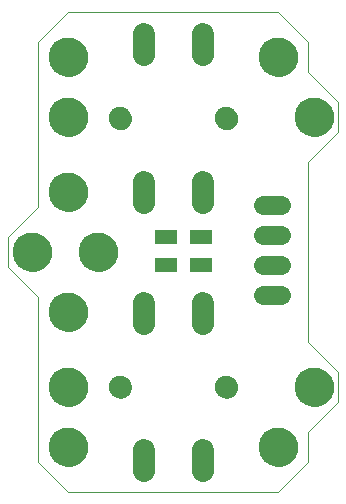
<source format=gbs>
G75*
%MOIN*%
%OFA0B0*%
%FSLAX25Y25*%
%IPPOS*%
%LPD*%
%AMOC8*
5,1,8,0,0,1.08239X$1,22.5*
%
%ADD10C,0.00000*%
%ADD11C,0.12998*%
%ADD12R,0.07487X0.05124*%
%ADD13C,0.07450*%
%ADD14C,0.07500*%
%ADD15C,0.06400*%
D10*
X0097595Y0028933D02*
X0107595Y0018933D01*
X0177595Y0018933D01*
X0187595Y0028933D01*
X0187595Y0038933D01*
X0197595Y0048933D01*
X0197595Y0058933D01*
X0187595Y0068933D01*
X0187595Y0128933D01*
X0197595Y0138933D01*
X0197595Y0148933D01*
X0187595Y0158933D01*
X0187595Y0168933D01*
X0177595Y0178933D01*
X0107556Y0178894D01*
X0097595Y0168894D01*
X0097595Y0113933D01*
X0087595Y0103933D01*
X0087595Y0093933D01*
X0097595Y0083933D01*
X0097595Y0028933D01*
X0101296Y0033933D02*
X0101298Y0034091D01*
X0101304Y0034249D01*
X0101314Y0034407D01*
X0101328Y0034565D01*
X0101346Y0034722D01*
X0101367Y0034879D01*
X0101393Y0035035D01*
X0101423Y0035191D01*
X0101456Y0035346D01*
X0101494Y0035499D01*
X0101535Y0035652D01*
X0101580Y0035804D01*
X0101629Y0035955D01*
X0101682Y0036104D01*
X0101738Y0036252D01*
X0101798Y0036398D01*
X0101862Y0036543D01*
X0101930Y0036686D01*
X0102001Y0036828D01*
X0102075Y0036968D01*
X0102153Y0037105D01*
X0102235Y0037241D01*
X0102319Y0037375D01*
X0102408Y0037506D01*
X0102499Y0037635D01*
X0102594Y0037762D01*
X0102691Y0037887D01*
X0102792Y0038009D01*
X0102896Y0038128D01*
X0103003Y0038245D01*
X0103113Y0038359D01*
X0103226Y0038470D01*
X0103341Y0038579D01*
X0103459Y0038684D01*
X0103580Y0038786D01*
X0103703Y0038886D01*
X0103829Y0038982D01*
X0103957Y0039075D01*
X0104087Y0039165D01*
X0104220Y0039251D01*
X0104355Y0039335D01*
X0104491Y0039414D01*
X0104630Y0039491D01*
X0104771Y0039563D01*
X0104913Y0039633D01*
X0105057Y0039698D01*
X0105203Y0039760D01*
X0105350Y0039818D01*
X0105499Y0039873D01*
X0105649Y0039924D01*
X0105800Y0039971D01*
X0105952Y0040014D01*
X0106105Y0040053D01*
X0106260Y0040089D01*
X0106415Y0040120D01*
X0106571Y0040148D01*
X0106727Y0040172D01*
X0106884Y0040192D01*
X0107042Y0040208D01*
X0107199Y0040220D01*
X0107358Y0040228D01*
X0107516Y0040232D01*
X0107674Y0040232D01*
X0107832Y0040228D01*
X0107991Y0040220D01*
X0108148Y0040208D01*
X0108306Y0040192D01*
X0108463Y0040172D01*
X0108619Y0040148D01*
X0108775Y0040120D01*
X0108930Y0040089D01*
X0109085Y0040053D01*
X0109238Y0040014D01*
X0109390Y0039971D01*
X0109541Y0039924D01*
X0109691Y0039873D01*
X0109840Y0039818D01*
X0109987Y0039760D01*
X0110133Y0039698D01*
X0110277Y0039633D01*
X0110419Y0039563D01*
X0110560Y0039491D01*
X0110699Y0039414D01*
X0110835Y0039335D01*
X0110970Y0039251D01*
X0111103Y0039165D01*
X0111233Y0039075D01*
X0111361Y0038982D01*
X0111487Y0038886D01*
X0111610Y0038786D01*
X0111731Y0038684D01*
X0111849Y0038579D01*
X0111964Y0038470D01*
X0112077Y0038359D01*
X0112187Y0038245D01*
X0112294Y0038128D01*
X0112398Y0038009D01*
X0112499Y0037887D01*
X0112596Y0037762D01*
X0112691Y0037635D01*
X0112782Y0037506D01*
X0112871Y0037375D01*
X0112955Y0037241D01*
X0113037Y0037105D01*
X0113115Y0036968D01*
X0113189Y0036828D01*
X0113260Y0036686D01*
X0113328Y0036543D01*
X0113392Y0036398D01*
X0113452Y0036252D01*
X0113508Y0036104D01*
X0113561Y0035955D01*
X0113610Y0035804D01*
X0113655Y0035652D01*
X0113696Y0035499D01*
X0113734Y0035346D01*
X0113767Y0035191D01*
X0113797Y0035035D01*
X0113823Y0034879D01*
X0113844Y0034722D01*
X0113862Y0034565D01*
X0113876Y0034407D01*
X0113886Y0034249D01*
X0113892Y0034091D01*
X0113894Y0033933D01*
X0113892Y0033775D01*
X0113886Y0033617D01*
X0113876Y0033459D01*
X0113862Y0033301D01*
X0113844Y0033144D01*
X0113823Y0032987D01*
X0113797Y0032831D01*
X0113767Y0032675D01*
X0113734Y0032520D01*
X0113696Y0032367D01*
X0113655Y0032214D01*
X0113610Y0032062D01*
X0113561Y0031911D01*
X0113508Y0031762D01*
X0113452Y0031614D01*
X0113392Y0031468D01*
X0113328Y0031323D01*
X0113260Y0031180D01*
X0113189Y0031038D01*
X0113115Y0030898D01*
X0113037Y0030761D01*
X0112955Y0030625D01*
X0112871Y0030491D01*
X0112782Y0030360D01*
X0112691Y0030231D01*
X0112596Y0030104D01*
X0112499Y0029979D01*
X0112398Y0029857D01*
X0112294Y0029738D01*
X0112187Y0029621D01*
X0112077Y0029507D01*
X0111964Y0029396D01*
X0111849Y0029287D01*
X0111731Y0029182D01*
X0111610Y0029080D01*
X0111487Y0028980D01*
X0111361Y0028884D01*
X0111233Y0028791D01*
X0111103Y0028701D01*
X0110970Y0028615D01*
X0110835Y0028531D01*
X0110699Y0028452D01*
X0110560Y0028375D01*
X0110419Y0028303D01*
X0110277Y0028233D01*
X0110133Y0028168D01*
X0109987Y0028106D01*
X0109840Y0028048D01*
X0109691Y0027993D01*
X0109541Y0027942D01*
X0109390Y0027895D01*
X0109238Y0027852D01*
X0109085Y0027813D01*
X0108930Y0027777D01*
X0108775Y0027746D01*
X0108619Y0027718D01*
X0108463Y0027694D01*
X0108306Y0027674D01*
X0108148Y0027658D01*
X0107991Y0027646D01*
X0107832Y0027638D01*
X0107674Y0027634D01*
X0107516Y0027634D01*
X0107358Y0027638D01*
X0107199Y0027646D01*
X0107042Y0027658D01*
X0106884Y0027674D01*
X0106727Y0027694D01*
X0106571Y0027718D01*
X0106415Y0027746D01*
X0106260Y0027777D01*
X0106105Y0027813D01*
X0105952Y0027852D01*
X0105800Y0027895D01*
X0105649Y0027942D01*
X0105499Y0027993D01*
X0105350Y0028048D01*
X0105203Y0028106D01*
X0105057Y0028168D01*
X0104913Y0028233D01*
X0104771Y0028303D01*
X0104630Y0028375D01*
X0104491Y0028452D01*
X0104355Y0028531D01*
X0104220Y0028615D01*
X0104087Y0028701D01*
X0103957Y0028791D01*
X0103829Y0028884D01*
X0103703Y0028980D01*
X0103580Y0029080D01*
X0103459Y0029182D01*
X0103341Y0029287D01*
X0103226Y0029396D01*
X0103113Y0029507D01*
X0103003Y0029621D01*
X0102896Y0029738D01*
X0102792Y0029857D01*
X0102691Y0029979D01*
X0102594Y0030104D01*
X0102499Y0030231D01*
X0102408Y0030360D01*
X0102319Y0030491D01*
X0102235Y0030625D01*
X0102153Y0030761D01*
X0102075Y0030898D01*
X0102001Y0031038D01*
X0101930Y0031180D01*
X0101862Y0031323D01*
X0101798Y0031468D01*
X0101738Y0031614D01*
X0101682Y0031762D01*
X0101629Y0031911D01*
X0101580Y0032062D01*
X0101535Y0032214D01*
X0101494Y0032367D01*
X0101456Y0032520D01*
X0101423Y0032675D01*
X0101393Y0032831D01*
X0101367Y0032987D01*
X0101346Y0033144D01*
X0101328Y0033301D01*
X0101314Y0033459D01*
X0101304Y0033617D01*
X0101298Y0033775D01*
X0101296Y0033933D01*
X0101296Y0053933D02*
X0101298Y0054091D01*
X0101304Y0054249D01*
X0101314Y0054407D01*
X0101328Y0054565D01*
X0101346Y0054722D01*
X0101367Y0054879D01*
X0101393Y0055035D01*
X0101423Y0055191D01*
X0101456Y0055346D01*
X0101494Y0055499D01*
X0101535Y0055652D01*
X0101580Y0055804D01*
X0101629Y0055955D01*
X0101682Y0056104D01*
X0101738Y0056252D01*
X0101798Y0056398D01*
X0101862Y0056543D01*
X0101930Y0056686D01*
X0102001Y0056828D01*
X0102075Y0056968D01*
X0102153Y0057105D01*
X0102235Y0057241D01*
X0102319Y0057375D01*
X0102408Y0057506D01*
X0102499Y0057635D01*
X0102594Y0057762D01*
X0102691Y0057887D01*
X0102792Y0058009D01*
X0102896Y0058128D01*
X0103003Y0058245D01*
X0103113Y0058359D01*
X0103226Y0058470D01*
X0103341Y0058579D01*
X0103459Y0058684D01*
X0103580Y0058786D01*
X0103703Y0058886D01*
X0103829Y0058982D01*
X0103957Y0059075D01*
X0104087Y0059165D01*
X0104220Y0059251D01*
X0104355Y0059335D01*
X0104491Y0059414D01*
X0104630Y0059491D01*
X0104771Y0059563D01*
X0104913Y0059633D01*
X0105057Y0059698D01*
X0105203Y0059760D01*
X0105350Y0059818D01*
X0105499Y0059873D01*
X0105649Y0059924D01*
X0105800Y0059971D01*
X0105952Y0060014D01*
X0106105Y0060053D01*
X0106260Y0060089D01*
X0106415Y0060120D01*
X0106571Y0060148D01*
X0106727Y0060172D01*
X0106884Y0060192D01*
X0107042Y0060208D01*
X0107199Y0060220D01*
X0107358Y0060228D01*
X0107516Y0060232D01*
X0107674Y0060232D01*
X0107832Y0060228D01*
X0107991Y0060220D01*
X0108148Y0060208D01*
X0108306Y0060192D01*
X0108463Y0060172D01*
X0108619Y0060148D01*
X0108775Y0060120D01*
X0108930Y0060089D01*
X0109085Y0060053D01*
X0109238Y0060014D01*
X0109390Y0059971D01*
X0109541Y0059924D01*
X0109691Y0059873D01*
X0109840Y0059818D01*
X0109987Y0059760D01*
X0110133Y0059698D01*
X0110277Y0059633D01*
X0110419Y0059563D01*
X0110560Y0059491D01*
X0110699Y0059414D01*
X0110835Y0059335D01*
X0110970Y0059251D01*
X0111103Y0059165D01*
X0111233Y0059075D01*
X0111361Y0058982D01*
X0111487Y0058886D01*
X0111610Y0058786D01*
X0111731Y0058684D01*
X0111849Y0058579D01*
X0111964Y0058470D01*
X0112077Y0058359D01*
X0112187Y0058245D01*
X0112294Y0058128D01*
X0112398Y0058009D01*
X0112499Y0057887D01*
X0112596Y0057762D01*
X0112691Y0057635D01*
X0112782Y0057506D01*
X0112871Y0057375D01*
X0112955Y0057241D01*
X0113037Y0057105D01*
X0113115Y0056968D01*
X0113189Y0056828D01*
X0113260Y0056686D01*
X0113328Y0056543D01*
X0113392Y0056398D01*
X0113452Y0056252D01*
X0113508Y0056104D01*
X0113561Y0055955D01*
X0113610Y0055804D01*
X0113655Y0055652D01*
X0113696Y0055499D01*
X0113734Y0055346D01*
X0113767Y0055191D01*
X0113797Y0055035D01*
X0113823Y0054879D01*
X0113844Y0054722D01*
X0113862Y0054565D01*
X0113876Y0054407D01*
X0113886Y0054249D01*
X0113892Y0054091D01*
X0113894Y0053933D01*
X0113892Y0053775D01*
X0113886Y0053617D01*
X0113876Y0053459D01*
X0113862Y0053301D01*
X0113844Y0053144D01*
X0113823Y0052987D01*
X0113797Y0052831D01*
X0113767Y0052675D01*
X0113734Y0052520D01*
X0113696Y0052367D01*
X0113655Y0052214D01*
X0113610Y0052062D01*
X0113561Y0051911D01*
X0113508Y0051762D01*
X0113452Y0051614D01*
X0113392Y0051468D01*
X0113328Y0051323D01*
X0113260Y0051180D01*
X0113189Y0051038D01*
X0113115Y0050898D01*
X0113037Y0050761D01*
X0112955Y0050625D01*
X0112871Y0050491D01*
X0112782Y0050360D01*
X0112691Y0050231D01*
X0112596Y0050104D01*
X0112499Y0049979D01*
X0112398Y0049857D01*
X0112294Y0049738D01*
X0112187Y0049621D01*
X0112077Y0049507D01*
X0111964Y0049396D01*
X0111849Y0049287D01*
X0111731Y0049182D01*
X0111610Y0049080D01*
X0111487Y0048980D01*
X0111361Y0048884D01*
X0111233Y0048791D01*
X0111103Y0048701D01*
X0110970Y0048615D01*
X0110835Y0048531D01*
X0110699Y0048452D01*
X0110560Y0048375D01*
X0110419Y0048303D01*
X0110277Y0048233D01*
X0110133Y0048168D01*
X0109987Y0048106D01*
X0109840Y0048048D01*
X0109691Y0047993D01*
X0109541Y0047942D01*
X0109390Y0047895D01*
X0109238Y0047852D01*
X0109085Y0047813D01*
X0108930Y0047777D01*
X0108775Y0047746D01*
X0108619Y0047718D01*
X0108463Y0047694D01*
X0108306Y0047674D01*
X0108148Y0047658D01*
X0107991Y0047646D01*
X0107832Y0047638D01*
X0107674Y0047634D01*
X0107516Y0047634D01*
X0107358Y0047638D01*
X0107199Y0047646D01*
X0107042Y0047658D01*
X0106884Y0047674D01*
X0106727Y0047694D01*
X0106571Y0047718D01*
X0106415Y0047746D01*
X0106260Y0047777D01*
X0106105Y0047813D01*
X0105952Y0047852D01*
X0105800Y0047895D01*
X0105649Y0047942D01*
X0105499Y0047993D01*
X0105350Y0048048D01*
X0105203Y0048106D01*
X0105057Y0048168D01*
X0104913Y0048233D01*
X0104771Y0048303D01*
X0104630Y0048375D01*
X0104491Y0048452D01*
X0104355Y0048531D01*
X0104220Y0048615D01*
X0104087Y0048701D01*
X0103957Y0048791D01*
X0103829Y0048884D01*
X0103703Y0048980D01*
X0103580Y0049080D01*
X0103459Y0049182D01*
X0103341Y0049287D01*
X0103226Y0049396D01*
X0103113Y0049507D01*
X0103003Y0049621D01*
X0102896Y0049738D01*
X0102792Y0049857D01*
X0102691Y0049979D01*
X0102594Y0050104D01*
X0102499Y0050231D01*
X0102408Y0050360D01*
X0102319Y0050491D01*
X0102235Y0050625D01*
X0102153Y0050761D01*
X0102075Y0050898D01*
X0102001Y0051038D01*
X0101930Y0051180D01*
X0101862Y0051323D01*
X0101798Y0051468D01*
X0101738Y0051614D01*
X0101682Y0051762D01*
X0101629Y0051911D01*
X0101580Y0052062D01*
X0101535Y0052214D01*
X0101494Y0052367D01*
X0101456Y0052520D01*
X0101423Y0052675D01*
X0101393Y0052831D01*
X0101367Y0052987D01*
X0101346Y0053144D01*
X0101328Y0053301D01*
X0101314Y0053459D01*
X0101304Y0053617D01*
X0101298Y0053775D01*
X0101296Y0053933D01*
X0121345Y0053933D02*
X0121347Y0054052D01*
X0121353Y0054170D01*
X0121363Y0054288D01*
X0121377Y0054406D01*
X0121394Y0054523D01*
X0121416Y0054640D01*
X0121442Y0054756D01*
X0121471Y0054871D01*
X0121504Y0054985D01*
X0121541Y0055097D01*
X0121582Y0055209D01*
X0121627Y0055319D01*
X0121675Y0055427D01*
X0121727Y0055534D01*
X0121782Y0055639D01*
X0121841Y0055742D01*
X0121903Y0055843D01*
X0121968Y0055942D01*
X0122037Y0056039D01*
X0122109Y0056133D01*
X0122184Y0056225D01*
X0122262Y0056314D01*
X0122343Y0056401D01*
X0122427Y0056485D01*
X0122514Y0056566D01*
X0122603Y0056644D01*
X0122695Y0056719D01*
X0122789Y0056791D01*
X0122886Y0056860D01*
X0122985Y0056925D01*
X0123086Y0056987D01*
X0123189Y0057046D01*
X0123294Y0057101D01*
X0123401Y0057153D01*
X0123509Y0057201D01*
X0123619Y0057246D01*
X0123731Y0057287D01*
X0123843Y0057324D01*
X0123957Y0057357D01*
X0124072Y0057386D01*
X0124188Y0057412D01*
X0124305Y0057434D01*
X0124422Y0057451D01*
X0124540Y0057465D01*
X0124658Y0057475D01*
X0124776Y0057481D01*
X0124895Y0057483D01*
X0125014Y0057481D01*
X0125132Y0057475D01*
X0125250Y0057465D01*
X0125368Y0057451D01*
X0125485Y0057434D01*
X0125602Y0057412D01*
X0125718Y0057386D01*
X0125833Y0057357D01*
X0125947Y0057324D01*
X0126059Y0057287D01*
X0126171Y0057246D01*
X0126281Y0057201D01*
X0126389Y0057153D01*
X0126496Y0057101D01*
X0126601Y0057046D01*
X0126704Y0056987D01*
X0126805Y0056925D01*
X0126904Y0056860D01*
X0127001Y0056791D01*
X0127095Y0056719D01*
X0127187Y0056644D01*
X0127276Y0056566D01*
X0127363Y0056485D01*
X0127447Y0056401D01*
X0127528Y0056314D01*
X0127606Y0056225D01*
X0127681Y0056133D01*
X0127753Y0056039D01*
X0127822Y0055942D01*
X0127887Y0055843D01*
X0127949Y0055742D01*
X0128008Y0055639D01*
X0128063Y0055534D01*
X0128115Y0055427D01*
X0128163Y0055319D01*
X0128208Y0055209D01*
X0128249Y0055097D01*
X0128286Y0054985D01*
X0128319Y0054871D01*
X0128348Y0054756D01*
X0128374Y0054640D01*
X0128396Y0054523D01*
X0128413Y0054406D01*
X0128427Y0054288D01*
X0128437Y0054170D01*
X0128443Y0054052D01*
X0128445Y0053933D01*
X0128443Y0053814D01*
X0128437Y0053696D01*
X0128427Y0053578D01*
X0128413Y0053460D01*
X0128396Y0053343D01*
X0128374Y0053226D01*
X0128348Y0053110D01*
X0128319Y0052995D01*
X0128286Y0052881D01*
X0128249Y0052769D01*
X0128208Y0052657D01*
X0128163Y0052547D01*
X0128115Y0052439D01*
X0128063Y0052332D01*
X0128008Y0052227D01*
X0127949Y0052124D01*
X0127887Y0052023D01*
X0127822Y0051924D01*
X0127753Y0051827D01*
X0127681Y0051733D01*
X0127606Y0051641D01*
X0127528Y0051552D01*
X0127447Y0051465D01*
X0127363Y0051381D01*
X0127276Y0051300D01*
X0127187Y0051222D01*
X0127095Y0051147D01*
X0127001Y0051075D01*
X0126904Y0051006D01*
X0126805Y0050941D01*
X0126704Y0050879D01*
X0126601Y0050820D01*
X0126496Y0050765D01*
X0126389Y0050713D01*
X0126281Y0050665D01*
X0126171Y0050620D01*
X0126059Y0050579D01*
X0125947Y0050542D01*
X0125833Y0050509D01*
X0125718Y0050480D01*
X0125602Y0050454D01*
X0125485Y0050432D01*
X0125368Y0050415D01*
X0125250Y0050401D01*
X0125132Y0050391D01*
X0125014Y0050385D01*
X0124895Y0050383D01*
X0124776Y0050385D01*
X0124658Y0050391D01*
X0124540Y0050401D01*
X0124422Y0050415D01*
X0124305Y0050432D01*
X0124188Y0050454D01*
X0124072Y0050480D01*
X0123957Y0050509D01*
X0123843Y0050542D01*
X0123731Y0050579D01*
X0123619Y0050620D01*
X0123509Y0050665D01*
X0123401Y0050713D01*
X0123294Y0050765D01*
X0123189Y0050820D01*
X0123086Y0050879D01*
X0122985Y0050941D01*
X0122886Y0051006D01*
X0122789Y0051075D01*
X0122695Y0051147D01*
X0122603Y0051222D01*
X0122514Y0051300D01*
X0122427Y0051381D01*
X0122343Y0051465D01*
X0122262Y0051552D01*
X0122184Y0051641D01*
X0122109Y0051733D01*
X0122037Y0051827D01*
X0121968Y0051924D01*
X0121903Y0052023D01*
X0121841Y0052124D01*
X0121782Y0052227D01*
X0121727Y0052332D01*
X0121675Y0052439D01*
X0121627Y0052547D01*
X0121582Y0052657D01*
X0121541Y0052769D01*
X0121504Y0052881D01*
X0121471Y0052995D01*
X0121442Y0053110D01*
X0121416Y0053226D01*
X0121394Y0053343D01*
X0121377Y0053460D01*
X0121363Y0053578D01*
X0121353Y0053696D01*
X0121347Y0053814D01*
X0121345Y0053933D01*
X0101296Y0078933D02*
X0101298Y0079091D01*
X0101304Y0079249D01*
X0101314Y0079407D01*
X0101328Y0079565D01*
X0101346Y0079722D01*
X0101367Y0079879D01*
X0101393Y0080035D01*
X0101423Y0080191D01*
X0101456Y0080346D01*
X0101494Y0080499D01*
X0101535Y0080652D01*
X0101580Y0080804D01*
X0101629Y0080955D01*
X0101682Y0081104D01*
X0101738Y0081252D01*
X0101798Y0081398D01*
X0101862Y0081543D01*
X0101930Y0081686D01*
X0102001Y0081828D01*
X0102075Y0081968D01*
X0102153Y0082105D01*
X0102235Y0082241D01*
X0102319Y0082375D01*
X0102408Y0082506D01*
X0102499Y0082635D01*
X0102594Y0082762D01*
X0102691Y0082887D01*
X0102792Y0083009D01*
X0102896Y0083128D01*
X0103003Y0083245D01*
X0103113Y0083359D01*
X0103226Y0083470D01*
X0103341Y0083579D01*
X0103459Y0083684D01*
X0103580Y0083786D01*
X0103703Y0083886D01*
X0103829Y0083982D01*
X0103957Y0084075D01*
X0104087Y0084165D01*
X0104220Y0084251D01*
X0104355Y0084335D01*
X0104491Y0084414D01*
X0104630Y0084491D01*
X0104771Y0084563D01*
X0104913Y0084633D01*
X0105057Y0084698D01*
X0105203Y0084760D01*
X0105350Y0084818D01*
X0105499Y0084873D01*
X0105649Y0084924D01*
X0105800Y0084971D01*
X0105952Y0085014D01*
X0106105Y0085053D01*
X0106260Y0085089D01*
X0106415Y0085120D01*
X0106571Y0085148D01*
X0106727Y0085172D01*
X0106884Y0085192D01*
X0107042Y0085208D01*
X0107199Y0085220D01*
X0107358Y0085228D01*
X0107516Y0085232D01*
X0107674Y0085232D01*
X0107832Y0085228D01*
X0107991Y0085220D01*
X0108148Y0085208D01*
X0108306Y0085192D01*
X0108463Y0085172D01*
X0108619Y0085148D01*
X0108775Y0085120D01*
X0108930Y0085089D01*
X0109085Y0085053D01*
X0109238Y0085014D01*
X0109390Y0084971D01*
X0109541Y0084924D01*
X0109691Y0084873D01*
X0109840Y0084818D01*
X0109987Y0084760D01*
X0110133Y0084698D01*
X0110277Y0084633D01*
X0110419Y0084563D01*
X0110560Y0084491D01*
X0110699Y0084414D01*
X0110835Y0084335D01*
X0110970Y0084251D01*
X0111103Y0084165D01*
X0111233Y0084075D01*
X0111361Y0083982D01*
X0111487Y0083886D01*
X0111610Y0083786D01*
X0111731Y0083684D01*
X0111849Y0083579D01*
X0111964Y0083470D01*
X0112077Y0083359D01*
X0112187Y0083245D01*
X0112294Y0083128D01*
X0112398Y0083009D01*
X0112499Y0082887D01*
X0112596Y0082762D01*
X0112691Y0082635D01*
X0112782Y0082506D01*
X0112871Y0082375D01*
X0112955Y0082241D01*
X0113037Y0082105D01*
X0113115Y0081968D01*
X0113189Y0081828D01*
X0113260Y0081686D01*
X0113328Y0081543D01*
X0113392Y0081398D01*
X0113452Y0081252D01*
X0113508Y0081104D01*
X0113561Y0080955D01*
X0113610Y0080804D01*
X0113655Y0080652D01*
X0113696Y0080499D01*
X0113734Y0080346D01*
X0113767Y0080191D01*
X0113797Y0080035D01*
X0113823Y0079879D01*
X0113844Y0079722D01*
X0113862Y0079565D01*
X0113876Y0079407D01*
X0113886Y0079249D01*
X0113892Y0079091D01*
X0113894Y0078933D01*
X0113892Y0078775D01*
X0113886Y0078617D01*
X0113876Y0078459D01*
X0113862Y0078301D01*
X0113844Y0078144D01*
X0113823Y0077987D01*
X0113797Y0077831D01*
X0113767Y0077675D01*
X0113734Y0077520D01*
X0113696Y0077367D01*
X0113655Y0077214D01*
X0113610Y0077062D01*
X0113561Y0076911D01*
X0113508Y0076762D01*
X0113452Y0076614D01*
X0113392Y0076468D01*
X0113328Y0076323D01*
X0113260Y0076180D01*
X0113189Y0076038D01*
X0113115Y0075898D01*
X0113037Y0075761D01*
X0112955Y0075625D01*
X0112871Y0075491D01*
X0112782Y0075360D01*
X0112691Y0075231D01*
X0112596Y0075104D01*
X0112499Y0074979D01*
X0112398Y0074857D01*
X0112294Y0074738D01*
X0112187Y0074621D01*
X0112077Y0074507D01*
X0111964Y0074396D01*
X0111849Y0074287D01*
X0111731Y0074182D01*
X0111610Y0074080D01*
X0111487Y0073980D01*
X0111361Y0073884D01*
X0111233Y0073791D01*
X0111103Y0073701D01*
X0110970Y0073615D01*
X0110835Y0073531D01*
X0110699Y0073452D01*
X0110560Y0073375D01*
X0110419Y0073303D01*
X0110277Y0073233D01*
X0110133Y0073168D01*
X0109987Y0073106D01*
X0109840Y0073048D01*
X0109691Y0072993D01*
X0109541Y0072942D01*
X0109390Y0072895D01*
X0109238Y0072852D01*
X0109085Y0072813D01*
X0108930Y0072777D01*
X0108775Y0072746D01*
X0108619Y0072718D01*
X0108463Y0072694D01*
X0108306Y0072674D01*
X0108148Y0072658D01*
X0107991Y0072646D01*
X0107832Y0072638D01*
X0107674Y0072634D01*
X0107516Y0072634D01*
X0107358Y0072638D01*
X0107199Y0072646D01*
X0107042Y0072658D01*
X0106884Y0072674D01*
X0106727Y0072694D01*
X0106571Y0072718D01*
X0106415Y0072746D01*
X0106260Y0072777D01*
X0106105Y0072813D01*
X0105952Y0072852D01*
X0105800Y0072895D01*
X0105649Y0072942D01*
X0105499Y0072993D01*
X0105350Y0073048D01*
X0105203Y0073106D01*
X0105057Y0073168D01*
X0104913Y0073233D01*
X0104771Y0073303D01*
X0104630Y0073375D01*
X0104491Y0073452D01*
X0104355Y0073531D01*
X0104220Y0073615D01*
X0104087Y0073701D01*
X0103957Y0073791D01*
X0103829Y0073884D01*
X0103703Y0073980D01*
X0103580Y0074080D01*
X0103459Y0074182D01*
X0103341Y0074287D01*
X0103226Y0074396D01*
X0103113Y0074507D01*
X0103003Y0074621D01*
X0102896Y0074738D01*
X0102792Y0074857D01*
X0102691Y0074979D01*
X0102594Y0075104D01*
X0102499Y0075231D01*
X0102408Y0075360D01*
X0102319Y0075491D01*
X0102235Y0075625D01*
X0102153Y0075761D01*
X0102075Y0075898D01*
X0102001Y0076038D01*
X0101930Y0076180D01*
X0101862Y0076323D01*
X0101798Y0076468D01*
X0101738Y0076614D01*
X0101682Y0076762D01*
X0101629Y0076911D01*
X0101580Y0077062D01*
X0101535Y0077214D01*
X0101494Y0077367D01*
X0101456Y0077520D01*
X0101423Y0077675D01*
X0101393Y0077831D01*
X0101367Y0077987D01*
X0101346Y0078144D01*
X0101328Y0078301D01*
X0101314Y0078459D01*
X0101304Y0078617D01*
X0101298Y0078775D01*
X0101296Y0078933D01*
X0089296Y0098933D02*
X0089298Y0099091D01*
X0089304Y0099249D01*
X0089314Y0099407D01*
X0089328Y0099565D01*
X0089346Y0099722D01*
X0089367Y0099879D01*
X0089393Y0100035D01*
X0089423Y0100191D01*
X0089456Y0100346D01*
X0089494Y0100499D01*
X0089535Y0100652D01*
X0089580Y0100804D01*
X0089629Y0100955D01*
X0089682Y0101104D01*
X0089738Y0101252D01*
X0089798Y0101398D01*
X0089862Y0101543D01*
X0089930Y0101686D01*
X0090001Y0101828D01*
X0090075Y0101968D01*
X0090153Y0102105D01*
X0090235Y0102241D01*
X0090319Y0102375D01*
X0090408Y0102506D01*
X0090499Y0102635D01*
X0090594Y0102762D01*
X0090691Y0102887D01*
X0090792Y0103009D01*
X0090896Y0103128D01*
X0091003Y0103245D01*
X0091113Y0103359D01*
X0091226Y0103470D01*
X0091341Y0103579D01*
X0091459Y0103684D01*
X0091580Y0103786D01*
X0091703Y0103886D01*
X0091829Y0103982D01*
X0091957Y0104075D01*
X0092087Y0104165D01*
X0092220Y0104251D01*
X0092355Y0104335D01*
X0092491Y0104414D01*
X0092630Y0104491D01*
X0092771Y0104563D01*
X0092913Y0104633D01*
X0093057Y0104698D01*
X0093203Y0104760D01*
X0093350Y0104818D01*
X0093499Y0104873D01*
X0093649Y0104924D01*
X0093800Y0104971D01*
X0093952Y0105014D01*
X0094105Y0105053D01*
X0094260Y0105089D01*
X0094415Y0105120D01*
X0094571Y0105148D01*
X0094727Y0105172D01*
X0094884Y0105192D01*
X0095042Y0105208D01*
X0095199Y0105220D01*
X0095358Y0105228D01*
X0095516Y0105232D01*
X0095674Y0105232D01*
X0095832Y0105228D01*
X0095991Y0105220D01*
X0096148Y0105208D01*
X0096306Y0105192D01*
X0096463Y0105172D01*
X0096619Y0105148D01*
X0096775Y0105120D01*
X0096930Y0105089D01*
X0097085Y0105053D01*
X0097238Y0105014D01*
X0097390Y0104971D01*
X0097541Y0104924D01*
X0097691Y0104873D01*
X0097840Y0104818D01*
X0097987Y0104760D01*
X0098133Y0104698D01*
X0098277Y0104633D01*
X0098419Y0104563D01*
X0098560Y0104491D01*
X0098699Y0104414D01*
X0098835Y0104335D01*
X0098970Y0104251D01*
X0099103Y0104165D01*
X0099233Y0104075D01*
X0099361Y0103982D01*
X0099487Y0103886D01*
X0099610Y0103786D01*
X0099731Y0103684D01*
X0099849Y0103579D01*
X0099964Y0103470D01*
X0100077Y0103359D01*
X0100187Y0103245D01*
X0100294Y0103128D01*
X0100398Y0103009D01*
X0100499Y0102887D01*
X0100596Y0102762D01*
X0100691Y0102635D01*
X0100782Y0102506D01*
X0100871Y0102375D01*
X0100955Y0102241D01*
X0101037Y0102105D01*
X0101115Y0101968D01*
X0101189Y0101828D01*
X0101260Y0101686D01*
X0101328Y0101543D01*
X0101392Y0101398D01*
X0101452Y0101252D01*
X0101508Y0101104D01*
X0101561Y0100955D01*
X0101610Y0100804D01*
X0101655Y0100652D01*
X0101696Y0100499D01*
X0101734Y0100346D01*
X0101767Y0100191D01*
X0101797Y0100035D01*
X0101823Y0099879D01*
X0101844Y0099722D01*
X0101862Y0099565D01*
X0101876Y0099407D01*
X0101886Y0099249D01*
X0101892Y0099091D01*
X0101894Y0098933D01*
X0101892Y0098775D01*
X0101886Y0098617D01*
X0101876Y0098459D01*
X0101862Y0098301D01*
X0101844Y0098144D01*
X0101823Y0097987D01*
X0101797Y0097831D01*
X0101767Y0097675D01*
X0101734Y0097520D01*
X0101696Y0097367D01*
X0101655Y0097214D01*
X0101610Y0097062D01*
X0101561Y0096911D01*
X0101508Y0096762D01*
X0101452Y0096614D01*
X0101392Y0096468D01*
X0101328Y0096323D01*
X0101260Y0096180D01*
X0101189Y0096038D01*
X0101115Y0095898D01*
X0101037Y0095761D01*
X0100955Y0095625D01*
X0100871Y0095491D01*
X0100782Y0095360D01*
X0100691Y0095231D01*
X0100596Y0095104D01*
X0100499Y0094979D01*
X0100398Y0094857D01*
X0100294Y0094738D01*
X0100187Y0094621D01*
X0100077Y0094507D01*
X0099964Y0094396D01*
X0099849Y0094287D01*
X0099731Y0094182D01*
X0099610Y0094080D01*
X0099487Y0093980D01*
X0099361Y0093884D01*
X0099233Y0093791D01*
X0099103Y0093701D01*
X0098970Y0093615D01*
X0098835Y0093531D01*
X0098699Y0093452D01*
X0098560Y0093375D01*
X0098419Y0093303D01*
X0098277Y0093233D01*
X0098133Y0093168D01*
X0097987Y0093106D01*
X0097840Y0093048D01*
X0097691Y0092993D01*
X0097541Y0092942D01*
X0097390Y0092895D01*
X0097238Y0092852D01*
X0097085Y0092813D01*
X0096930Y0092777D01*
X0096775Y0092746D01*
X0096619Y0092718D01*
X0096463Y0092694D01*
X0096306Y0092674D01*
X0096148Y0092658D01*
X0095991Y0092646D01*
X0095832Y0092638D01*
X0095674Y0092634D01*
X0095516Y0092634D01*
X0095358Y0092638D01*
X0095199Y0092646D01*
X0095042Y0092658D01*
X0094884Y0092674D01*
X0094727Y0092694D01*
X0094571Y0092718D01*
X0094415Y0092746D01*
X0094260Y0092777D01*
X0094105Y0092813D01*
X0093952Y0092852D01*
X0093800Y0092895D01*
X0093649Y0092942D01*
X0093499Y0092993D01*
X0093350Y0093048D01*
X0093203Y0093106D01*
X0093057Y0093168D01*
X0092913Y0093233D01*
X0092771Y0093303D01*
X0092630Y0093375D01*
X0092491Y0093452D01*
X0092355Y0093531D01*
X0092220Y0093615D01*
X0092087Y0093701D01*
X0091957Y0093791D01*
X0091829Y0093884D01*
X0091703Y0093980D01*
X0091580Y0094080D01*
X0091459Y0094182D01*
X0091341Y0094287D01*
X0091226Y0094396D01*
X0091113Y0094507D01*
X0091003Y0094621D01*
X0090896Y0094738D01*
X0090792Y0094857D01*
X0090691Y0094979D01*
X0090594Y0095104D01*
X0090499Y0095231D01*
X0090408Y0095360D01*
X0090319Y0095491D01*
X0090235Y0095625D01*
X0090153Y0095761D01*
X0090075Y0095898D01*
X0090001Y0096038D01*
X0089930Y0096180D01*
X0089862Y0096323D01*
X0089798Y0096468D01*
X0089738Y0096614D01*
X0089682Y0096762D01*
X0089629Y0096911D01*
X0089580Y0097062D01*
X0089535Y0097214D01*
X0089494Y0097367D01*
X0089456Y0097520D01*
X0089423Y0097675D01*
X0089393Y0097831D01*
X0089367Y0097987D01*
X0089346Y0098144D01*
X0089328Y0098301D01*
X0089314Y0098459D01*
X0089304Y0098617D01*
X0089298Y0098775D01*
X0089296Y0098933D01*
X0101296Y0118933D02*
X0101298Y0119091D01*
X0101304Y0119249D01*
X0101314Y0119407D01*
X0101328Y0119565D01*
X0101346Y0119722D01*
X0101367Y0119879D01*
X0101393Y0120035D01*
X0101423Y0120191D01*
X0101456Y0120346D01*
X0101494Y0120499D01*
X0101535Y0120652D01*
X0101580Y0120804D01*
X0101629Y0120955D01*
X0101682Y0121104D01*
X0101738Y0121252D01*
X0101798Y0121398D01*
X0101862Y0121543D01*
X0101930Y0121686D01*
X0102001Y0121828D01*
X0102075Y0121968D01*
X0102153Y0122105D01*
X0102235Y0122241D01*
X0102319Y0122375D01*
X0102408Y0122506D01*
X0102499Y0122635D01*
X0102594Y0122762D01*
X0102691Y0122887D01*
X0102792Y0123009D01*
X0102896Y0123128D01*
X0103003Y0123245D01*
X0103113Y0123359D01*
X0103226Y0123470D01*
X0103341Y0123579D01*
X0103459Y0123684D01*
X0103580Y0123786D01*
X0103703Y0123886D01*
X0103829Y0123982D01*
X0103957Y0124075D01*
X0104087Y0124165D01*
X0104220Y0124251D01*
X0104355Y0124335D01*
X0104491Y0124414D01*
X0104630Y0124491D01*
X0104771Y0124563D01*
X0104913Y0124633D01*
X0105057Y0124698D01*
X0105203Y0124760D01*
X0105350Y0124818D01*
X0105499Y0124873D01*
X0105649Y0124924D01*
X0105800Y0124971D01*
X0105952Y0125014D01*
X0106105Y0125053D01*
X0106260Y0125089D01*
X0106415Y0125120D01*
X0106571Y0125148D01*
X0106727Y0125172D01*
X0106884Y0125192D01*
X0107042Y0125208D01*
X0107199Y0125220D01*
X0107358Y0125228D01*
X0107516Y0125232D01*
X0107674Y0125232D01*
X0107832Y0125228D01*
X0107991Y0125220D01*
X0108148Y0125208D01*
X0108306Y0125192D01*
X0108463Y0125172D01*
X0108619Y0125148D01*
X0108775Y0125120D01*
X0108930Y0125089D01*
X0109085Y0125053D01*
X0109238Y0125014D01*
X0109390Y0124971D01*
X0109541Y0124924D01*
X0109691Y0124873D01*
X0109840Y0124818D01*
X0109987Y0124760D01*
X0110133Y0124698D01*
X0110277Y0124633D01*
X0110419Y0124563D01*
X0110560Y0124491D01*
X0110699Y0124414D01*
X0110835Y0124335D01*
X0110970Y0124251D01*
X0111103Y0124165D01*
X0111233Y0124075D01*
X0111361Y0123982D01*
X0111487Y0123886D01*
X0111610Y0123786D01*
X0111731Y0123684D01*
X0111849Y0123579D01*
X0111964Y0123470D01*
X0112077Y0123359D01*
X0112187Y0123245D01*
X0112294Y0123128D01*
X0112398Y0123009D01*
X0112499Y0122887D01*
X0112596Y0122762D01*
X0112691Y0122635D01*
X0112782Y0122506D01*
X0112871Y0122375D01*
X0112955Y0122241D01*
X0113037Y0122105D01*
X0113115Y0121968D01*
X0113189Y0121828D01*
X0113260Y0121686D01*
X0113328Y0121543D01*
X0113392Y0121398D01*
X0113452Y0121252D01*
X0113508Y0121104D01*
X0113561Y0120955D01*
X0113610Y0120804D01*
X0113655Y0120652D01*
X0113696Y0120499D01*
X0113734Y0120346D01*
X0113767Y0120191D01*
X0113797Y0120035D01*
X0113823Y0119879D01*
X0113844Y0119722D01*
X0113862Y0119565D01*
X0113876Y0119407D01*
X0113886Y0119249D01*
X0113892Y0119091D01*
X0113894Y0118933D01*
X0113892Y0118775D01*
X0113886Y0118617D01*
X0113876Y0118459D01*
X0113862Y0118301D01*
X0113844Y0118144D01*
X0113823Y0117987D01*
X0113797Y0117831D01*
X0113767Y0117675D01*
X0113734Y0117520D01*
X0113696Y0117367D01*
X0113655Y0117214D01*
X0113610Y0117062D01*
X0113561Y0116911D01*
X0113508Y0116762D01*
X0113452Y0116614D01*
X0113392Y0116468D01*
X0113328Y0116323D01*
X0113260Y0116180D01*
X0113189Y0116038D01*
X0113115Y0115898D01*
X0113037Y0115761D01*
X0112955Y0115625D01*
X0112871Y0115491D01*
X0112782Y0115360D01*
X0112691Y0115231D01*
X0112596Y0115104D01*
X0112499Y0114979D01*
X0112398Y0114857D01*
X0112294Y0114738D01*
X0112187Y0114621D01*
X0112077Y0114507D01*
X0111964Y0114396D01*
X0111849Y0114287D01*
X0111731Y0114182D01*
X0111610Y0114080D01*
X0111487Y0113980D01*
X0111361Y0113884D01*
X0111233Y0113791D01*
X0111103Y0113701D01*
X0110970Y0113615D01*
X0110835Y0113531D01*
X0110699Y0113452D01*
X0110560Y0113375D01*
X0110419Y0113303D01*
X0110277Y0113233D01*
X0110133Y0113168D01*
X0109987Y0113106D01*
X0109840Y0113048D01*
X0109691Y0112993D01*
X0109541Y0112942D01*
X0109390Y0112895D01*
X0109238Y0112852D01*
X0109085Y0112813D01*
X0108930Y0112777D01*
X0108775Y0112746D01*
X0108619Y0112718D01*
X0108463Y0112694D01*
X0108306Y0112674D01*
X0108148Y0112658D01*
X0107991Y0112646D01*
X0107832Y0112638D01*
X0107674Y0112634D01*
X0107516Y0112634D01*
X0107358Y0112638D01*
X0107199Y0112646D01*
X0107042Y0112658D01*
X0106884Y0112674D01*
X0106727Y0112694D01*
X0106571Y0112718D01*
X0106415Y0112746D01*
X0106260Y0112777D01*
X0106105Y0112813D01*
X0105952Y0112852D01*
X0105800Y0112895D01*
X0105649Y0112942D01*
X0105499Y0112993D01*
X0105350Y0113048D01*
X0105203Y0113106D01*
X0105057Y0113168D01*
X0104913Y0113233D01*
X0104771Y0113303D01*
X0104630Y0113375D01*
X0104491Y0113452D01*
X0104355Y0113531D01*
X0104220Y0113615D01*
X0104087Y0113701D01*
X0103957Y0113791D01*
X0103829Y0113884D01*
X0103703Y0113980D01*
X0103580Y0114080D01*
X0103459Y0114182D01*
X0103341Y0114287D01*
X0103226Y0114396D01*
X0103113Y0114507D01*
X0103003Y0114621D01*
X0102896Y0114738D01*
X0102792Y0114857D01*
X0102691Y0114979D01*
X0102594Y0115104D01*
X0102499Y0115231D01*
X0102408Y0115360D01*
X0102319Y0115491D01*
X0102235Y0115625D01*
X0102153Y0115761D01*
X0102075Y0115898D01*
X0102001Y0116038D01*
X0101930Y0116180D01*
X0101862Y0116323D01*
X0101798Y0116468D01*
X0101738Y0116614D01*
X0101682Y0116762D01*
X0101629Y0116911D01*
X0101580Y0117062D01*
X0101535Y0117214D01*
X0101494Y0117367D01*
X0101456Y0117520D01*
X0101423Y0117675D01*
X0101393Y0117831D01*
X0101367Y0117987D01*
X0101346Y0118144D01*
X0101328Y0118301D01*
X0101314Y0118459D01*
X0101304Y0118617D01*
X0101298Y0118775D01*
X0101296Y0118933D01*
X0111296Y0098933D02*
X0111298Y0099091D01*
X0111304Y0099249D01*
X0111314Y0099407D01*
X0111328Y0099565D01*
X0111346Y0099722D01*
X0111367Y0099879D01*
X0111393Y0100035D01*
X0111423Y0100191D01*
X0111456Y0100346D01*
X0111494Y0100499D01*
X0111535Y0100652D01*
X0111580Y0100804D01*
X0111629Y0100955D01*
X0111682Y0101104D01*
X0111738Y0101252D01*
X0111798Y0101398D01*
X0111862Y0101543D01*
X0111930Y0101686D01*
X0112001Y0101828D01*
X0112075Y0101968D01*
X0112153Y0102105D01*
X0112235Y0102241D01*
X0112319Y0102375D01*
X0112408Y0102506D01*
X0112499Y0102635D01*
X0112594Y0102762D01*
X0112691Y0102887D01*
X0112792Y0103009D01*
X0112896Y0103128D01*
X0113003Y0103245D01*
X0113113Y0103359D01*
X0113226Y0103470D01*
X0113341Y0103579D01*
X0113459Y0103684D01*
X0113580Y0103786D01*
X0113703Y0103886D01*
X0113829Y0103982D01*
X0113957Y0104075D01*
X0114087Y0104165D01*
X0114220Y0104251D01*
X0114355Y0104335D01*
X0114491Y0104414D01*
X0114630Y0104491D01*
X0114771Y0104563D01*
X0114913Y0104633D01*
X0115057Y0104698D01*
X0115203Y0104760D01*
X0115350Y0104818D01*
X0115499Y0104873D01*
X0115649Y0104924D01*
X0115800Y0104971D01*
X0115952Y0105014D01*
X0116105Y0105053D01*
X0116260Y0105089D01*
X0116415Y0105120D01*
X0116571Y0105148D01*
X0116727Y0105172D01*
X0116884Y0105192D01*
X0117042Y0105208D01*
X0117199Y0105220D01*
X0117358Y0105228D01*
X0117516Y0105232D01*
X0117674Y0105232D01*
X0117832Y0105228D01*
X0117991Y0105220D01*
X0118148Y0105208D01*
X0118306Y0105192D01*
X0118463Y0105172D01*
X0118619Y0105148D01*
X0118775Y0105120D01*
X0118930Y0105089D01*
X0119085Y0105053D01*
X0119238Y0105014D01*
X0119390Y0104971D01*
X0119541Y0104924D01*
X0119691Y0104873D01*
X0119840Y0104818D01*
X0119987Y0104760D01*
X0120133Y0104698D01*
X0120277Y0104633D01*
X0120419Y0104563D01*
X0120560Y0104491D01*
X0120699Y0104414D01*
X0120835Y0104335D01*
X0120970Y0104251D01*
X0121103Y0104165D01*
X0121233Y0104075D01*
X0121361Y0103982D01*
X0121487Y0103886D01*
X0121610Y0103786D01*
X0121731Y0103684D01*
X0121849Y0103579D01*
X0121964Y0103470D01*
X0122077Y0103359D01*
X0122187Y0103245D01*
X0122294Y0103128D01*
X0122398Y0103009D01*
X0122499Y0102887D01*
X0122596Y0102762D01*
X0122691Y0102635D01*
X0122782Y0102506D01*
X0122871Y0102375D01*
X0122955Y0102241D01*
X0123037Y0102105D01*
X0123115Y0101968D01*
X0123189Y0101828D01*
X0123260Y0101686D01*
X0123328Y0101543D01*
X0123392Y0101398D01*
X0123452Y0101252D01*
X0123508Y0101104D01*
X0123561Y0100955D01*
X0123610Y0100804D01*
X0123655Y0100652D01*
X0123696Y0100499D01*
X0123734Y0100346D01*
X0123767Y0100191D01*
X0123797Y0100035D01*
X0123823Y0099879D01*
X0123844Y0099722D01*
X0123862Y0099565D01*
X0123876Y0099407D01*
X0123886Y0099249D01*
X0123892Y0099091D01*
X0123894Y0098933D01*
X0123892Y0098775D01*
X0123886Y0098617D01*
X0123876Y0098459D01*
X0123862Y0098301D01*
X0123844Y0098144D01*
X0123823Y0097987D01*
X0123797Y0097831D01*
X0123767Y0097675D01*
X0123734Y0097520D01*
X0123696Y0097367D01*
X0123655Y0097214D01*
X0123610Y0097062D01*
X0123561Y0096911D01*
X0123508Y0096762D01*
X0123452Y0096614D01*
X0123392Y0096468D01*
X0123328Y0096323D01*
X0123260Y0096180D01*
X0123189Y0096038D01*
X0123115Y0095898D01*
X0123037Y0095761D01*
X0122955Y0095625D01*
X0122871Y0095491D01*
X0122782Y0095360D01*
X0122691Y0095231D01*
X0122596Y0095104D01*
X0122499Y0094979D01*
X0122398Y0094857D01*
X0122294Y0094738D01*
X0122187Y0094621D01*
X0122077Y0094507D01*
X0121964Y0094396D01*
X0121849Y0094287D01*
X0121731Y0094182D01*
X0121610Y0094080D01*
X0121487Y0093980D01*
X0121361Y0093884D01*
X0121233Y0093791D01*
X0121103Y0093701D01*
X0120970Y0093615D01*
X0120835Y0093531D01*
X0120699Y0093452D01*
X0120560Y0093375D01*
X0120419Y0093303D01*
X0120277Y0093233D01*
X0120133Y0093168D01*
X0119987Y0093106D01*
X0119840Y0093048D01*
X0119691Y0092993D01*
X0119541Y0092942D01*
X0119390Y0092895D01*
X0119238Y0092852D01*
X0119085Y0092813D01*
X0118930Y0092777D01*
X0118775Y0092746D01*
X0118619Y0092718D01*
X0118463Y0092694D01*
X0118306Y0092674D01*
X0118148Y0092658D01*
X0117991Y0092646D01*
X0117832Y0092638D01*
X0117674Y0092634D01*
X0117516Y0092634D01*
X0117358Y0092638D01*
X0117199Y0092646D01*
X0117042Y0092658D01*
X0116884Y0092674D01*
X0116727Y0092694D01*
X0116571Y0092718D01*
X0116415Y0092746D01*
X0116260Y0092777D01*
X0116105Y0092813D01*
X0115952Y0092852D01*
X0115800Y0092895D01*
X0115649Y0092942D01*
X0115499Y0092993D01*
X0115350Y0093048D01*
X0115203Y0093106D01*
X0115057Y0093168D01*
X0114913Y0093233D01*
X0114771Y0093303D01*
X0114630Y0093375D01*
X0114491Y0093452D01*
X0114355Y0093531D01*
X0114220Y0093615D01*
X0114087Y0093701D01*
X0113957Y0093791D01*
X0113829Y0093884D01*
X0113703Y0093980D01*
X0113580Y0094080D01*
X0113459Y0094182D01*
X0113341Y0094287D01*
X0113226Y0094396D01*
X0113113Y0094507D01*
X0113003Y0094621D01*
X0112896Y0094738D01*
X0112792Y0094857D01*
X0112691Y0094979D01*
X0112594Y0095104D01*
X0112499Y0095231D01*
X0112408Y0095360D01*
X0112319Y0095491D01*
X0112235Y0095625D01*
X0112153Y0095761D01*
X0112075Y0095898D01*
X0112001Y0096038D01*
X0111930Y0096180D01*
X0111862Y0096323D01*
X0111798Y0096468D01*
X0111738Y0096614D01*
X0111682Y0096762D01*
X0111629Y0096911D01*
X0111580Y0097062D01*
X0111535Y0097214D01*
X0111494Y0097367D01*
X0111456Y0097520D01*
X0111423Y0097675D01*
X0111393Y0097831D01*
X0111367Y0097987D01*
X0111346Y0098144D01*
X0111328Y0098301D01*
X0111314Y0098459D01*
X0111304Y0098617D01*
X0111298Y0098775D01*
X0111296Y0098933D01*
X0101296Y0143933D02*
X0101298Y0144091D01*
X0101304Y0144249D01*
X0101314Y0144407D01*
X0101328Y0144565D01*
X0101346Y0144722D01*
X0101367Y0144879D01*
X0101393Y0145035D01*
X0101423Y0145191D01*
X0101456Y0145346D01*
X0101494Y0145499D01*
X0101535Y0145652D01*
X0101580Y0145804D01*
X0101629Y0145955D01*
X0101682Y0146104D01*
X0101738Y0146252D01*
X0101798Y0146398D01*
X0101862Y0146543D01*
X0101930Y0146686D01*
X0102001Y0146828D01*
X0102075Y0146968D01*
X0102153Y0147105D01*
X0102235Y0147241D01*
X0102319Y0147375D01*
X0102408Y0147506D01*
X0102499Y0147635D01*
X0102594Y0147762D01*
X0102691Y0147887D01*
X0102792Y0148009D01*
X0102896Y0148128D01*
X0103003Y0148245D01*
X0103113Y0148359D01*
X0103226Y0148470D01*
X0103341Y0148579D01*
X0103459Y0148684D01*
X0103580Y0148786D01*
X0103703Y0148886D01*
X0103829Y0148982D01*
X0103957Y0149075D01*
X0104087Y0149165D01*
X0104220Y0149251D01*
X0104355Y0149335D01*
X0104491Y0149414D01*
X0104630Y0149491D01*
X0104771Y0149563D01*
X0104913Y0149633D01*
X0105057Y0149698D01*
X0105203Y0149760D01*
X0105350Y0149818D01*
X0105499Y0149873D01*
X0105649Y0149924D01*
X0105800Y0149971D01*
X0105952Y0150014D01*
X0106105Y0150053D01*
X0106260Y0150089D01*
X0106415Y0150120D01*
X0106571Y0150148D01*
X0106727Y0150172D01*
X0106884Y0150192D01*
X0107042Y0150208D01*
X0107199Y0150220D01*
X0107358Y0150228D01*
X0107516Y0150232D01*
X0107674Y0150232D01*
X0107832Y0150228D01*
X0107991Y0150220D01*
X0108148Y0150208D01*
X0108306Y0150192D01*
X0108463Y0150172D01*
X0108619Y0150148D01*
X0108775Y0150120D01*
X0108930Y0150089D01*
X0109085Y0150053D01*
X0109238Y0150014D01*
X0109390Y0149971D01*
X0109541Y0149924D01*
X0109691Y0149873D01*
X0109840Y0149818D01*
X0109987Y0149760D01*
X0110133Y0149698D01*
X0110277Y0149633D01*
X0110419Y0149563D01*
X0110560Y0149491D01*
X0110699Y0149414D01*
X0110835Y0149335D01*
X0110970Y0149251D01*
X0111103Y0149165D01*
X0111233Y0149075D01*
X0111361Y0148982D01*
X0111487Y0148886D01*
X0111610Y0148786D01*
X0111731Y0148684D01*
X0111849Y0148579D01*
X0111964Y0148470D01*
X0112077Y0148359D01*
X0112187Y0148245D01*
X0112294Y0148128D01*
X0112398Y0148009D01*
X0112499Y0147887D01*
X0112596Y0147762D01*
X0112691Y0147635D01*
X0112782Y0147506D01*
X0112871Y0147375D01*
X0112955Y0147241D01*
X0113037Y0147105D01*
X0113115Y0146968D01*
X0113189Y0146828D01*
X0113260Y0146686D01*
X0113328Y0146543D01*
X0113392Y0146398D01*
X0113452Y0146252D01*
X0113508Y0146104D01*
X0113561Y0145955D01*
X0113610Y0145804D01*
X0113655Y0145652D01*
X0113696Y0145499D01*
X0113734Y0145346D01*
X0113767Y0145191D01*
X0113797Y0145035D01*
X0113823Y0144879D01*
X0113844Y0144722D01*
X0113862Y0144565D01*
X0113876Y0144407D01*
X0113886Y0144249D01*
X0113892Y0144091D01*
X0113894Y0143933D01*
X0113892Y0143775D01*
X0113886Y0143617D01*
X0113876Y0143459D01*
X0113862Y0143301D01*
X0113844Y0143144D01*
X0113823Y0142987D01*
X0113797Y0142831D01*
X0113767Y0142675D01*
X0113734Y0142520D01*
X0113696Y0142367D01*
X0113655Y0142214D01*
X0113610Y0142062D01*
X0113561Y0141911D01*
X0113508Y0141762D01*
X0113452Y0141614D01*
X0113392Y0141468D01*
X0113328Y0141323D01*
X0113260Y0141180D01*
X0113189Y0141038D01*
X0113115Y0140898D01*
X0113037Y0140761D01*
X0112955Y0140625D01*
X0112871Y0140491D01*
X0112782Y0140360D01*
X0112691Y0140231D01*
X0112596Y0140104D01*
X0112499Y0139979D01*
X0112398Y0139857D01*
X0112294Y0139738D01*
X0112187Y0139621D01*
X0112077Y0139507D01*
X0111964Y0139396D01*
X0111849Y0139287D01*
X0111731Y0139182D01*
X0111610Y0139080D01*
X0111487Y0138980D01*
X0111361Y0138884D01*
X0111233Y0138791D01*
X0111103Y0138701D01*
X0110970Y0138615D01*
X0110835Y0138531D01*
X0110699Y0138452D01*
X0110560Y0138375D01*
X0110419Y0138303D01*
X0110277Y0138233D01*
X0110133Y0138168D01*
X0109987Y0138106D01*
X0109840Y0138048D01*
X0109691Y0137993D01*
X0109541Y0137942D01*
X0109390Y0137895D01*
X0109238Y0137852D01*
X0109085Y0137813D01*
X0108930Y0137777D01*
X0108775Y0137746D01*
X0108619Y0137718D01*
X0108463Y0137694D01*
X0108306Y0137674D01*
X0108148Y0137658D01*
X0107991Y0137646D01*
X0107832Y0137638D01*
X0107674Y0137634D01*
X0107516Y0137634D01*
X0107358Y0137638D01*
X0107199Y0137646D01*
X0107042Y0137658D01*
X0106884Y0137674D01*
X0106727Y0137694D01*
X0106571Y0137718D01*
X0106415Y0137746D01*
X0106260Y0137777D01*
X0106105Y0137813D01*
X0105952Y0137852D01*
X0105800Y0137895D01*
X0105649Y0137942D01*
X0105499Y0137993D01*
X0105350Y0138048D01*
X0105203Y0138106D01*
X0105057Y0138168D01*
X0104913Y0138233D01*
X0104771Y0138303D01*
X0104630Y0138375D01*
X0104491Y0138452D01*
X0104355Y0138531D01*
X0104220Y0138615D01*
X0104087Y0138701D01*
X0103957Y0138791D01*
X0103829Y0138884D01*
X0103703Y0138980D01*
X0103580Y0139080D01*
X0103459Y0139182D01*
X0103341Y0139287D01*
X0103226Y0139396D01*
X0103113Y0139507D01*
X0103003Y0139621D01*
X0102896Y0139738D01*
X0102792Y0139857D01*
X0102691Y0139979D01*
X0102594Y0140104D01*
X0102499Y0140231D01*
X0102408Y0140360D01*
X0102319Y0140491D01*
X0102235Y0140625D01*
X0102153Y0140761D01*
X0102075Y0140898D01*
X0102001Y0141038D01*
X0101930Y0141180D01*
X0101862Y0141323D01*
X0101798Y0141468D01*
X0101738Y0141614D01*
X0101682Y0141762D01*
X0101629Y0141911D01*
X0101580Y0142062D01*
X0101535Y0142214D01*
X0101494Y0142367D01*
X0101456Y0142520D01*
X0101423Y0142675D01*
X0101393Y0142831D01*
X0101367Y0142987D01*
X0101346Y0143144D01*
X0101328Y0143301D01*
X0101314Y0143459D01*
X0101304Y0143617D01*
X0101298Y0143775D01*
X0101296Y0143933D01*
X0121345Y0143433D02*
X0121347Y0143552D01*
X0121353Y0143670D01*
X0121363Y0143788D01*
X0121377Y0143906D01*
X0121394Y0144023D01*
X0121416Y0144140D01*
X0121442Y0144256D01*
X0121471Y0144371D01*
X0121504Y0144485D01*
X0121541Y0144597D01*
X0121582Y0144709D01*
X0121627Y0144819D01*
X0121675Y0144927D01*
X0121727Y0145034D01*
X0121782Y0145139D01*
X0121841Y0145242D01*
X0121903Y0145343D01*
X0121968Y0145442D01*
X0122037Y0145539D01*
X0122109Y0145633D01*
X0122184Y0145725D01*
X0122262Y0145814D01*
X0122343Y0145901D01*
X0122427Y0145985D01*
X0122514Y0146066D01*
X0122603Y0146144D01*
X0122695Y0146219D01*
X0122789Y0146291D01*
X0122886Y0146360D01*
X0122985Y0146425D01*
X0123086Y0146487D01*
X0123189Y0146546D01*
X0123294Y0146601D01*
X0123401Y0146653D01*
X0123509Y0146701D01*
X0123619Y0146746D01*
X0123731Y0146787D01*
X0123843Y0146824D01*
X0123957Y0146857D01*
X0124072Y0146886D01*
X0124188Y0146912D01*
X0124305Y0146934D01*
X0124422Y0146951D01*
X0124540Y0146965D01*
X0124658Y0146975D01*
X0124776Y0146981D01*
X0124895Y0146983D01*
X0125014Y0146981D01*
X0125132Y0146975D01*
X0125250Y0146965D01*
X0125368Y0146951D01*
X0125485Y0146934D01*
X0125602Y0146912D01*
X0125718Y0146886D01*
X0125833Y0146857D01*
X0125947Y0146824D01*
X0126059Y0146787D01*
X0126171Y0146746D01*
X0126281Y0146701D01*
X0126389Y0146653D01*
X0126496Y0146601D01*
X0126601Y0146546D01*
X0126704Y0146487D01*
X0126805Y0146425D01*
X0126904Y0146360D01*
X0127001Y0146291D01*
X0127095Y0146219D01*
X0127187Y0146144D01*
X0127276Y0146066D01*
X0127363Y0145985D01*
X0127447Y0145901D01*
X0127528Y0145814D01*
X0127606Y0145725D01*
X0127681Y0145633D01*
X0127753Y0145539D01*
X0127822Y0145442D01*
X0127887Y0145343D01*
X0127949Y0145242D01*
X0128008Y0145139D01*
X0128063Y0145034D01*
X0128115Y0144927D01*
X0128163Y0144819D01*
X0128208Y0144709D01*
X0128249Y0144597D01*
X0128286Y0144485D01*
X0128319Y0144371D01*
X0128348Y0144256D01*
X0128374Y0144140D01*
X0128396Y0144023D01*
X0128413Y0143906D01*
X0128427Y0143788D01*
X0128437Y0143670D01*
X0128443Y0143552D01*
X0128445Y0143433D01*
X0128443Y0143314D01*
X0128437Y0143196D01*
X0128427Y0143078D01*
X0128413Y0142960D01*
X0128396Y0142843D01*
X0128374Y0142726D01*
X0128348Y0142610D01*
X0128319Y0142495D01*
X0128286Y0142381D01*
X0128249Y0142269D01*
X0128208Y0142157D01*
X0128163Y0142047D01*
X0128115Y0141939D01*
X0128063Y0141832D01*
X0128008Y0141727D01*
X0127949Y0141624D01*
X0127887Y0141523D01*
X0127822Y0141424D01*
X0127753Y0141327D01*
X0127681Y0141233D01*
X0127606Y0141141D01*
X0127528Y0141052D01*
X0127447Y0140965D01*
X0127363Y0140881D01*
X0127276Y0140800D01*
X0127187Y0140722D01*
X0127095Y0140647D01*
X0127001Y0140575D01*
X0126904Y0140506D01*
X0126805Y0140441D01*
X0126704Y0140379D01*
X0126601Y0140320D01*
X0126496Y0140265D01*
X0126389Y0140213D01*
X0126281Y0140165D01*
X0126171Y0140120D01*
X0126059Y0140079D01*
X0125947Y0140042D01*
X0125833Y0140009D01*
X0125718Y0139980D01*
X0125602Y0139954D01*
X0125485Y0139932D01*
X0125368Y0139915D01*
X0125250Y0139901D01*
X0125132Y0139891D01*
X0125014Y0139885D01*
X0124895Y0139883D01*
X0124776Y0139885D01*
X0124658Y0139891D01*
X0124540Y0139901D01*
X0124422Y0139915D01*
X0124305Y0139932D01*
X0124188Y0139954D01*
X0124072Y0139980D01*
X0123957Y0140009D01*
X0123843Y0140042D01*
X0123731Y0140079D01*
X0123619Y0140120D01*
X0123509Y0140165D01*
X0123401Y0140213D01*
X0123294Y0140265D01*
X0123189Y0140320D01*
X0123086Y0140379D01*
X0122985Y0140441D01*
X0122886Y0140506D01*
X0122789Y0140575D01*
X0122695Y0140647D01*
X0122603Y0140722D01*
X0122514Y0140800D01*
X0122427Y0140881D01*
X0122343Y0140965D01*
X0122262Y0141052D01*
X0122184Y0141141D01*
X0122109Y0141233D01*
X0122037Y0141327D01*
X0121968Y0141424D01*
X0121903Y0141523D01*
X0121841Y0141624D01*
X0121782Y0141727D01*
X0121727Y0141832D01*
X0121675Y0141939D01*
X0121627Y0142047D01*
X0121582Y0142157D01*
X0121541Y0142269D01*
X0121504Y0142381D01*
X0121471Y0142495D01*
X0121442Y0142610D01*
X0121416Y0142726D01*
X0121394Y0142843D01*
X0121377Y0142960D01*
X0121363Y0143078D01*
X0121353Y0143196D01*
X0121347Y0143314D01*
X0121345Y0143433D01*
X0101296Y0163933D02*
X0101298Y0164091D01*
X0101304Y0164249D01*
X0101314Y0164407D01*
X0101328Y0164565D01*
X0101346Y0164722D01*
X0101367Y0164879D01*
X0101393Y0165035D01*
X0101423Y0165191D01*
X0101456Y0165346D01*
X0101494Y0165499D01*
X0101535Y0165652D01*
X0101580Y0165804D01*
X0101629Y0165955D01*
X0101682Y0166104D01*
X0101738Y0166252D01*
X0101798Y0166398D01*
X0101862Y0166543D01*
X0101930Y0166686D01*
X0102001Y0166828D01*
X0102075Y0166968D01*
X0102153Y0167105D01*
X0102235Y0167241D01*
X0102319Y0167375D01*
X0102408Y0167506D01*
X0102499Y0167635D01*
X0102594Y0167762D01*
X0102691Y0167887D01*
X0102792Y0168009D01*
X0102896Y0168128D01*
X0103003Y0168245D01*
X0103113Y0168359D01*
X0103226Y0168470D01*
X0103341Y0168579D01*
X0103459Y0168684D01*
X0103580Y0168786D01*
X0103703Y0168886D01*
X0103829Y0168982D01*
X0103957Y0169075D01*
X0104087Y0169165D01*
X0104220Y0169251D01*
X0104355Y0169335D01*
X0104491Y0169414D01*
X0104630Y0169491D01*
X0104771Y0169563D01*
X0104913Y0169633D01*
X0105057Y0169698D01*
X0105203Y0169760D01*
X0105350Y0169818D01*
X0105499Y0169873D01*
X0105649Y0169924D01*
X0105800Y0169971D01*
X0105952Y0170014D01*
X0106105Y0170053D01*
X0106260Y0170089D01*
X0106415Y0170120D01*
X0106571Y0170148D01*
X0106727Y0170172D01*
X0106884Y0170192D01*
X0107042Y0170208D01*
X0107199Y0170220D01*
X0107358Y0170228D01*
X0107516Y0170232D01*
X0107674Y0170232D01*
X0107832Y0170228D01*
X0107991Y0170220D01*
X0108148Y0170208D01*
X0108306Y0170192D01*
X0108463Y0170172D01*
X0108619Y0170148D01*
X0108775Y0170120D01*
X0108930Y0170089D01*
X0109085Y0170053D01*
X0109238Y0170014D01*
X0109390Y0169971D01*
X0109541Y0169924D01*
X0109691Y0169873D01*
X0109840Y0169818D01*
X0109987Y0169760D01*
X0110133Y0169698D01*
X0110277Y0169633D01*
X0110419Y0169563D01*
X0110560Y0169491D01*
X0110699Y0169414D01*
X0110835Y0169335D01*
X0110970Y0169251D01*
X0111103Y0169165D01*
X0111233Y0169075D01*
X0111361Y0168982D01*
X0111487Y0168886D01*
X0111610Y0168786D01*
X0111731Y0168684D01*
X0111849Y0168579D01*
X0111964Y0168470D01*
X0112077Y0168359D01*
X0112187Y0168245D01*
X0112294Y0168128D01*
X0112398Y0168009D01*
X0112499Y0167887D01*
X0112596Y0167762D01*
X0112691Y0167635D01*
X0112782Y0167506D01*
X0112871Y0167375D01*
X0112955Y0167241D01*
X0113037Y0167105D01*
X0113115Y0166968D01*
X0113189Y0166828D01*
X0113260Y0166686D01*
X0113328Y0166543D01*
X0113392Y0166398D01*
X0113452Y0166252D01*
X0113508Y0166104D01*
X0113561Y0165955D01*
X0113610Y0165804D01*
X0113655Y0165652D01*
X0113696Y0165499D01*
X0113734Y0165346D01*
X0113767Y0165191D01*
X0113797Y0165035D01*
X0113823Y0164879D01*
X0113844Y0164722D01*
X0113862Y0164565D01*
X0113876Y0164407D01*
X0113886Y0164249D01*
X0113892Y0164091D01*
X0113894Y0163933D01*
X0113892Y0163775D01*
X0113886Y0163617D01*
X0113876Y0163459D01*
X0113862Y0163301D01*
X0113844Y0163144D01*
X0113823Y0162987D01*
X0113797Y0162831D01*
X0113767Y0162675D01*
X0113734Y0162520D01*
X0113696Y0162367D01*
X0113655Y0162214D01*
X0113610Y0162062D01*
X0113561Y0161911D01*
X0113508Y0161762D01*
X0113452Y0161614D01*
X0113392Y0161468D01*
X0113328Y0161323D01*
X0113260Y0161180D01*
X0113189Y0161038D01*
X0113115Y0160898D01*
X0113037Y0160761D01*
X0112955Y0160625D01*
X0112871Y0160491D01*
X0112782Y0160360D01*
X0112691Y0160231D01*
X0112596Y0160104D01*
X0112499Y0159979D01*
X0112398Y0159857D01*
X0112294Y0159738D01*
X0112187Y0159621D01*
X0112077Y0159507D01*
X0111964Y0159396D01*
X0111849Y0159287D01*
X0111731Y0159182D01*
X0111610Y0159080D01*
X0111487Y0158980D01*
X0111361Y0158884D01*
X0111233Y0158791D01*
X0111103Y0158701D01*
X0110970Y0158615D01*
X0110835Y0158531D01*
X0110699Y0158452D01*
X0110560Y0158375D01*
X0110419Y0158303D01*
X0110277Y0158233D01*
X0110133Y0158168D01*
X0109987Y0158106D01*
X0109840Y0158048D01*
X0109691Y0157993D01*
X0109541Y0157942D01*
X0109390Y0157895D01*
X0109238Y0157852D01*
X0109085Y0157813D01*
X0108930Y0157777D01*
X0108775Y0157746D01*
X0108619Y0157718D01*
X0108463Y0157694D01*
X0108306Y0157674D01*
X0108148Y0157658D01*
X0107991Y0157646D01*
X0107832Y0157638D01*
X0107674Y0157634D01*
X0107516Y0157634D01*
X0107358Y0157638D01*
X0107199Y0157646D01*
X0107042Y0157658D01*
X0106884Y0157674D01*
X0106727Y0157694D01*
X0106571Y0157718D01*
X0106415Y0157746D01*
X0106260Y0157777D01*
X0106105Y0157813D01*
X0105952Y0157852D01*
X0105800Y0157895D01*
X0105649Y0157942D01*
X0105499Y0157993D01*
X0105350Y0158048D01*
X0105203Y0158106D01*
X0105057Y0158168D01*
X0104913Y0158233D01*
X0104771Y0158303D01*
X0104630Y0158375D01*
X0104491Y0158452D01*
X0104355Y0158531D01*
X0104220Y0158615D01*
X0104087Y0158701D01*
X0103957Y0158791D01*
X0103829Y0158884D01*
X0103703Y0158980D01*
X0103580Y0159080D01*
X0103459Y0159182D01*
X0103341Y0159287D01*
X0103226Y0159396D01*
X0103113Y0159507D01*
X0103003Y0159621D01*
X0102896Y0159738D01*
X0102792Y0159857D01*
X0102691Y0159979D01*
X0102594Y0160104D01*
X0102499Y0160231D01*
X0102408Y0160360D01*
X0102319Y0160491D01*
X0102235Y0160625D01*
X0102153Y0160761D01*
X0102075Y0160898D01*
X0102001Y0161038D01*
X0101930Y0161180D01*
X0101862Y0161323D01*
X0101798Y0161468D01*
X0101738Y0161614D01*
X0101682Y0161762D01*
X0101629Y0161911D01*
X0101580Y0162062D01*
X0101535Y0162214D01*
X0101494Y0162367D01*
X0101456Y0162520D01*
X0101423Y0162675D01*
X0101393Y0162831D01*
X0101367Y0162987D01*
X0101346Y0163144D01*
X0101328Y0163301D01*
X0101314Y0163459D01*
X0101304Y0163617D01*
X0101298Y0163775D01*
X0101296Y0163933D01*
X0156745Y0143433D02*
X0156747Y0143552D01*
X0156753Y0143670D01*
X0156763Y0143788D01*
X0156777Y0143906D01*
X0156794Y0144023D01*
X0156816Y0144140D01*
X0156842Y0144256D01*
X0156871Y0144371D01*
X0156904Y0144485D01*
X0156941Y0144597D01*
X0156982Y0144709D01*
X0157027Y0144819D01*
X0157075Y0144927D01*
X0157127Y0145034D01*
X0157182Y0145139D01*
X0157241Y0145242D01*
X0157303Y0145343D01*
X0157368Y0145442D01*
X0157437Y0145539D01*
X0157509Y0145633D01*
X0157584Y0145725D01*
X0157662Y0145814D01*
X0157743Y0145901D01*
X0157827Y0145985D01*
X0157914Y0146066D01*
X0158003Y0146144D01*
X0158095Y0146219D01*
X0158189Y0146291D01*
X0158286Y0146360D01*
X0158385Y0146425D01*
X0158486Y0146487D01*
X0158589Y0146546D01*
X0158694Y0146601D01*
X0158801Y0146653D01*
X0158909Y0146701D01*
X0159019Y0146746D01*
X0159131Y0146787D01*
X0159243Y0146824D01*
X0159357Y0146857D01*
X0159472Y0146886D01*
X0159588Y0146912D01*
X0159705Y0146934D01*
X0159822Y0146951D01*
X0159940Y0146965D01*
X0160058Y0146975D01*
X0160176Y0146981D01*
X0160295Y0146983D01*
X0160414Y0146981D01*
X0160532Y0146975D01*
X0160650Y0146965D01*
X0160768Y0146951D01*
X0160885Y0146934D01*
X0161002Y0146912D01*
X0161118Y0146886D01*
X0161233Y0146857D01*
X0161347Y0146824D01*
X0161459Y0146787D01*
X0161571Y0146746D01*
X0161681Y0146701D01*
X0161789Y0146653D01*
X0161896Y0146601D01*
X0162001Y0146546D01*
X0162104Y0146487D01*
X0162205Y0146425D01*
X0162304Y0146360D01*
X0162401Y0146291D01*
X0162495Y0146219D01*
X0162587Y0146144D01*
X0162676Y0146066D01*
X0162763Y0145985D01*
X0162847Y0145901D01*
X0162928Y0145814D01*
X0163006Y0145725D01*
X0163081Y0145633D01*
X0163153Y0145539D01*
X0163222Y0145442D01*
X0163287Y0145343D01*
X0163349Y0145242D01*
X0163408Y0145139D01*
X0163463Y0145034D01*
X0163515Y0144927D01*
X0163563Y0144819D01*
X0163608Y0144709D01*
X0163649Y0144597D01*
X0163686Y0144485D01*
X0163719Y0144371D01*
X0163748Y0144256D01*
X0163774Y0144140D01*
X0163796Y0144023D01*
X0163813Y0143906D01*
X0163827Y0143788D01*
X0163837Y0143670D01*
X0163843Y0143552D01*
X0163845Y0143433D01*
X0163843Y0143314D01*
X0163837Y0143196D01*
X0163827Y0143078D01*
X0163813Y0142960D01*
X0163796Y0142843D01*
X0163774Y0142726D01*
X0163748Y0142610D01*
X0163719Y0142495D01*
X0163686Y0142381D01*
X0163649Y0142269D01*
X0163608Y0142157D01*
X0163563Y0142047D01*
X0163515Y0141939D01*
X0163463Y0141832D01*
X0163408Y0141727D01*
X0163349Y0141624D01*
X0163287Y0141523D01*
X0163222Y0141424D01*
X0163153Y0141327D01*
X0163081Y0141233D01*
X0163006Y0141141D01*
X0162928Y0141052D01*
X0162847Y0140965D01*
X0162763Y0140881D01*
X0162676Y0140800D01*
X0162587Y0140722D01*
X0162495Y0140647D01*
X0162401Y0140575D01*
X0162304Y0140506D01*
X0162205Y0140441D01*
X0162104Y0140379D01*
X0162001Y0140320D01*
X0161896Y0140265D01*
X0161789Y0140213D01*
X0161681Y0140165D01*
X0161571Y0140120D01*
X0161459Y0140079D01*
X0161347Y0140042D01*
X0161233Y0140009D01*
X0161118Y0139980D01*
X0161002Y0139954D01*
X0160885Y0139932D01*
X0160768Y0139915D01*
X0160650Y0139901D01*
X0160532Y0139891D01*
X0160414Y0139885D01*
X0160295Y0139883D01*
X0160176Y0139885D01*
X0160058Y0139891D01*
X0159940Y0139901D01*
X0159822Y0139915D01*
X0159705Y0139932D01*
X0159588Y0139954D01*
X0159472Y0139980D01*
X0159357Y0140009D01*
X0159243Y0140042D01*
X0159131Y0140079D01*
X0159019Y0140120D01*
X0158909Y0140165D01*
X0158801Y0140213D01*
X0158694Y0140265D01*
X0158589Y0140320D01*
X0158486Y0140379D01*
X0158385Y0140441D01*
X0158286Y0140506D01*
X0158189Y0140575D01*
X0158095Y0140647D01*
X0158003Y0140722D01*
X0157914Y0140800D01*
X0157827Y0140881D01*
X0157743Y0140965D01*
X0157662Y0141052D01*
X0157584Y0141141D01*
X0157509Y0141233D01*
X0157437Y0141327D01*
X0157368Y0141424D01*
X0157303Y0141523D01*
X0157241Y0141624D01*
X0157182Y0141727D01*
X0157127Y0141832D01*
X0157075Y0141939D01*
X0157027Y0142047D01*
X0156982Y0142157D01*
X0156941Y0142269D01*
X0156904Y0142381D01*
X0156871Y0142495D01*
X0156842Y0142610D01*
X0156816Y0142726D01*
X0156794Y0142843D01*
X0156777Y0142960D01*
X0156763Y0143078D01*
X0156753Y0143196D01*
X0156747Y0143314D01*
X0156745Y0143433D01*
X0171296Y0163933D02*
X0171298Y0164091D01*
X0171304Y0164249D01*
X0171314Y0164407D01*
X0171328Y0164565D01*
X0171346Y0164722D01*
X0171367Y0164879D01*
X0171393Y0165035D01*
X0171423Y0165191D01*
X0171456Y0165346D01*
X0171494Y0165499D01*
X0171535Y0165652D01*
X0171580Y0165804D01*
X0171629Y0165955D01*
X0171682Y0166104D01*
X0171738Y0166252D01*
X0171798Y0166398D01*
X0171862Y0166543D01*
X0171930Y0166686D01*
X0172001Y0166828D01*
X0172075Y0166968D01*
X0172153Y0167105D01*
X0172235Y0167241D01*
X0172319Y0167375D01*
X0172408Y0167506D01*
X0172499Y0167635D01*
X0172594Y0167762D01*
X0172691Y0167887D01*
X0172792Y0168009D01*
X0172896Y0168128D01*
X0173003Y0168245D01*
X0173113Y0168359D01*
X0173226Y0168470D01*
X0173341Y0168579D01*
X0173459Y0168684D01*
X0173580Y0168786D01*
X0173703Y0168886D01*
X0173829Y0168982D01*
X0173957Y0169075D01*
X0174087Y0169165D01*
X0174220Y0169251D01*
X0174355Y0169335D01*
X0174491Y0169414D01*
X0174630Y0169491D01*
X0174771Y0169563D01*
X0174913Y0169633D01*
X0175057Y0169698D01*
X0175203Y0169760D01*
X0175350Y0169818D01*
X0175499Y0169873D01*
X0175649Y0169924D01*
X0175800Y0169971D01*
X0175952Y0170014D01*
X0176105Y0170053D01*
X0176260Y0170089D01*
X0176415Y0170120D01*
X0176571Y0170148D01*
X0176727Y0170172D01*
X0176884Y0170192D01*
X0177042Y0170208D01*
X0177199Y0170220D01*
X0177358Y0170228D01*
X0177516Y0170232D01*
X0177674Y0170232D01*
X0177832Y0170228D01*
X0177991Y0170220D01*
X0178148Y0170208D01*
X0178306Y0170192D01*
X0178463Y0170172D01*
X0178619Y0170148D01*
X0178775Y0170120D01*
X0178930Y0170089D01*
X0179085Y0170053D01*
X0179238Y0170014D01*
X0179390Y0169971D01*
X0179541Y0169924D01*
X0179691Y0169873D01*
X0179840Y0169818D01*
X0179987Y0169760D01*
X0180133Y0169698D01*
X0180277Y0169633D01*
X0180419Y0169563D01*
X0180560Y0169491D01*
X0180699Y0169414D01*
X0180835Y0169335D01*
X0180970Y0169251D01*
X0181103Y0169165D01*
X0181233Y0169075D01*
X0181361Y0168982D01*
X0181487Y0168886D01*
X0181610Y0168786D01*
X0181731Y0168684D01*
X0181849Y0168579D01*
X0181964Y0168470D01*
X0182077Y0168359D01*
X0182187Y0168245D01*
X0182294Y0168128D01*
X0182398Y0168009D01*
X0182499Y0167887D01*
X0182596Y0167762D01*
X0182691Y0167635D01*
X0182782Y0167506D01*
X0182871Y0167375D01*
X0182955Y0167241D01*
X0183037Y0167105D01*
X0183115Y0166968D01*
X0183189Y0166828D01*
X0183260Y0166686D01*
X0183328Y0166543D01*
X0183392Y0166398D01*
X0183452Y0166252D01*
X0183508Y0166104D01*
X0183561Y0165955D01*
X0183610Y0165804D01*
X0183655Y0165652D01*
X0183696Y0165499D01*
X0183734Y0165346D01*
X0183767Y0165191D01*
X0183797Y0165035D01*
X0183823Y0164879D01*
X0183844Y0164722D01*
X0183862Y0164565D01*
X0183876Y0164407D01*
X0183886Y0164249D01*
X0183892Y0164091D01*
X0183894Y0163933D01*
X0183892Y0163775D01*
X0183886Y0163617D01*
X0183876Y0163459D01*
X0183862Y0163301D01*
X0183844Y0163144D01*
X0183823Y0162987D01*
X0183797Y0162831D01*
X0183767Y0162675D01*
X0183734Y0162520D01*
X0183696Y0162367D01*
X0183655Y0162214D01*
X0183610Y0162062D01*
X0183561Y0161911D01*
X0183508Y0161762D01*
X0183452Y0161614D01*
X0183392Y0161468D01*
X0183328Y0161323D01*
X0183260Y0161180D01*
X0183189Y0161038D01*
X0183115Y0160898D01*
X0183037Y0160761D01*
X0182955Y0160625D01*
X0182871Y0160491D01*
X0182782Y0160360D01*
X0182691Y0160231D01*
X0182596Y0160104D01*
X0182499Y0159979D01*
X0182398Y0159857D01*
X0182294Y0159738D01*
X0182187Y0159621D01*
X0182077Y0159507D01*
X0181964Y0159396D01*
X0181849Y0159287D01*
X0181731Y0159182D01*
X0181610Y0159080D01*
X0181487Y0158980D01*
X0181361Y0158884D01*
X0181233Y0158791D01*
X0181103Y0158701D01*
X0180970Y0158615D01*
X0180835Y0158531D01*
X0180699Y0158452D01*
X0180560Y0158375D01*
X0180419Y0158303D01*
X0180277Y0158233D01*
X0180133Y0158168D01*
X0179987Y0158106D01*
X0179840Y0158048D01*
X0179691Y0157993D01*
X0179541Y0157942D01*
X0179390Y0157895D01*
X0179238Y0157852D01*
X0179085Y0157813D01*
X0178930Y0157777D01*
X0178775Y0157746D01*
X0178619Y0157718D01*
X0178463Y0157694D01*
X0178306Y0157674D01*
X0178148Y0157658D01*
X0177991Y0157646D01*
X0177832Y0157638D01*
X0177674Y0157634D01*
X0177516Y0157634D01*
X0177358Y0157638D01*
X0177199Y0157646D01*
X0177042Y0157658D01*
X0176884Y0157674D01*
X0176727Y0157694D01*
X0176571Y0157718D01*
X0176415Y0157746D01*
X0176260Y0157777D01*
X0176105Y0157813D01*
X0175952Y0157852D01*
X0175800Y0157895D01*
X0175649Y0157942D01*
X0175499Y0157993D01*
X0175350Y0158048D01*
X0175203Y0158106D01*
X0175057Y0158168D01*
X0174913Y0158233D01*
X0174771Y0158303D01*
X0174630Y0158375D01*
X0174491Y0158452D01*
X0174355Y0158531D01*
X0174220Y0158615D01*
X0174087Y0158701D01*
X0173957Y0158791D01*
X0173829Y0158884D01*
X0173703Y0158980D01*
X0173580Y0159080D01*
X0173459Y0159182D01*
X0173341Y0159287D01*
X0173226Y0159396D01*
X0173113Y0159507D01*
X0173003Y0159621D01*
X0172896Y0159738D01*
X0172792Y0159857D01*
X0172691Y0159979D01*
X0172594Y0160104D01*
X0172499Y0160231D01*
X0172408Y0160360D01*
X0172319Y0160491D01*
X0172235Y0160625D01*
X0172153Y0160761D01*
X0172075Y0160898D01*
X0172001Y0161038D01*
X0171930Y0161180D01*
X0171862Y0161323D01*
X0171798Y0161468D01*
X0171738Y0161614D01*
X0171682Y0161762D01*
X0171629Y0161911D01*
X0171580Y0162062D01*
X0171535Y0162214D01*
X0171494Y0162367D01*
X0171456Y0162520D01*
X0171423Y0162675D01*
X0171393Y0162831D01*
X0171367Y0162987D01*
X0171346Y0163144D01*
X0171328Y0163301D01*
X0171314Y0163459D01*
X0171304Y0163617D01*
X0171298Y0163775D01*
X0171296Y0163933D01*
X0183296Y0143933D02*
X0183298Y0144091D01*
X0183304Y0144249D01*
X0183314Y0144407D01*
X0183328Y0144565D01*
X0183346Y0144722D01*
X0183367Y0144879D01*
X0183393Y0145035D01*
X0183423Y0145191D01*
X0183456Y0145346D01*
X0183494Y0145499D01*
X0183535Y0145652D01*
X0183580Y0145804D01*
X0183629Y0145955D01*
X0183682Y0146104D01*
X0183738Y0146252D01*
X0183798Y0146398D01*
X0183862Y0146543D01*
X0183930Y0146686D01*
X0184001Y0146828D01*
X0184075Y0146968D01*
X0184153Y0147105D01*
X0184235Y0147241D01*
X0184319Y0147375D01*
X0184408Y0147506D01*
X0184499Y0147635D01*
X0184594Y0147762D01*
X0184691Y0147887D01*
X0184792Y0148009D01*
X0184896Y0148128D01*
X0185003Y0148245D01*
X0185113Y0148359D01*
X0185226Y0148470D01*
X0185341Y0148579D01*
X0185459Y0148684D01*
X0185580Y0148786D01*
X0185703Y0148886D01*
X0185829Y0148982D01*
X0185957Y0149075D01*
X0186087Y0149165D01*
X0186220Y0149251D01*
X0186355Y0149335D01*
X0186491Y0149414D01*
X0186630Y0149491D01*
X0186771Y0149563D01*
X0186913Y0149633D01*
X0187057Y0149698D01*
X0187203Y0149760D01*
X0187350Y0149818D01*
X0187499Y0149873D01*
X0187649Y0149924D01*
X0187800Y0149971D01*
X0187952Y0150014D01*
X0188105Y0150053D01*
X0188260Y0150089D01*
X0188415Y0150120D01*
X0188571Y0150148D01*
X0188727Y0150172D01*
X0188884Y0150192D01*
X0189042Y0150208D01*
X0189199Y0150220D01*
X0189358Y0150228D01*
X0189516Y0150232D01*
X0189674Y0150232D01*
X0189832Y0150228D01*
X0189991Y0150220D01*
X0190148Y0150208D01*
X0190306Y0150192D01*
X0190463Y0150172D01*
X0190619Y0150148D01*
X0190775Y0150120D01*
X0190930Y0150089D01*
X0191085Y0150053D01*
X0191238Y0150014D01*
X0191390Y0149971D01*
X0191541Y0149924D01*
X0191691Y0149873D01*
X0191840Y0149818D01*
X0191987Y0149760D01*
X0192133Y0149698D01*
X0192277Y0149633D01*
X0192419Y0149563D01*
X0192560Y0149491D01*
X0192699Y0149414D01*
X0192835Y0149335D01*
X0192970Y0149251D01*
X0193103Y0149165D01*
X0193233Y0149075D01*
X0193361Y0148982D01*
X0193487Y0148886D01*
X0193610Y0148786D01*
X0193731Y0148684D01*
X0193849Y0148579D01*
X0193964Y0148470D01*
X0194077Y0148359D01*
X0194187Y0148245D01*
X0194294Y0148128D01*
X0194398Y0148009D01*
X0194499Y0147887D01*
X0194596Y0147762D01*
X0194691Y0147635D01*
X0194782Y0147506D01*
X0194871Y0147375D01*
X0194955Y0147241D01*
X0195037Y0147105D01*
X0195115Y0146968D01*
X0195189Y0146828D01*
X0195260Y0146686D01*
X0195328Y0146543D01*
X0195392Y0146398D01*
X0195452Y0146252D01*
X0195508Y0146104D01*
X0195561Y0145955D01*
X0195610Y0145804D01*
X0195655Y0145652D01*
X0195696Y0145499D01*
X0195734Y0145346D01*
X0195767Y0145191D01*
X0195797Y0145035D01*
X0195823Y0144879D01*
X0195844Y0144722D01*
X0195862Y0144565D01*
X0195876Y0144407D01*
X0195886Y0144249D01*
X0195892Y0144091D01*
X0195894Y0143933D01*
X0195892Y0143775D01*
X0195886Y0143617D01*
X0195876Y0143459D01*
X0195862Y0143301D01*
X0195844Y0143144D01*
X0195823Y0142987D01*
X0195797Y0142831D01*
X0195767Y0142675D01*
X0195734Y0142520D01*
X0195696Y0142367D01*
X0195655Y0142214D01*
X0195610Y0142062D01*
X0195561Y0141911D01*
X0195508Y0141762D01*
X0195452Y0141614D01*
X0195392Y0141468D01*
X0195328Y0141323D01*
X0195260Y0141180D01*
X0195189Y0141038D01*
X0195115Y0140898D01*
X0195037Y0140761D01*
X0194955Y0140625D01*
X0194871Y0140491D01*
X0194782Y0140360D01*
X0194691Y0140231D01*
X0194596Y0140104D01*
X0194499Y0139979D01*
X0194398Y0139857D01*
X0194294Y0139738D01*
X0194187Y0139621D01*
X0194077Y0139507D01*
X0193964Y0139396D01*
X0193849Y0139287D01*
X0193731Y0139182D01*
X0193610Y0139080D01*
X0193487Y0138980D01*
X0193361Y0138884D01*
X0193233Y0138791D01*
X0193103Y0138701D01*
X0192970Y0138615D01*
X0192835Y0138531D01*
X0192699Y0138452D01*
X0192560Y0138375D01*
X0192419Y0138303D01*
X0192277Y0138233D01*
X0192133Y0138168D01*
X0191987Y0138106D01*
X0191840Y0138048D01*
X0191691Y0137993D01*
X0191541Y0137942D01*
X0191390Y0137895D01*
X0191238Y0137852D01*
X0191085Y0137813D01*
X0190930Y0137777D01*
X0190775Y0137746D01*
X0190619Y0137718D01*
X0190463Y0137694D01*
X0190306Y0137674D01*
X0190148Y0137658D01*
X0189991Y0137646D01*
X0189832Y0137638D01*
X0189674Y0137634D01*
X0189516Y0137634D01*
X0189358Y0137638D01*
X0189199Y0137646D01*
X0189042Y0137658D01*
X0188884Y0137674D01*
X0188727Y0137694D01*
X0188571Y0137718D01*
X0188415Y0137746D01*
X0188260Y0137777D01*
X0188105Y0137813D01*
X0187952Y0137852D01*
X0187800Y0137895D01*
X0187649Y0137942D01*
X0187499Y0137993D01*
X0187350Y0138048D01*
X0187203Y0138106D01*
X0187057Y0138168D01*
X0186913Y0138233D01*
X0186771Y0138303D01*
X0186630Y0138375D01*
X0186491Y0138452D01*
X0186355Y0138531D01*
X0186220Y0138615D01*
X0186087Y0138701D01*
X0185957Y0138791D01*
X0185829Y0138884D01*
X0185703Y0138980D01*
X0185580Y0139080D01*
X0185459Y0139182D01*
X0185341Y0139287D01*
X0185226Y0139396D01*
X0185113Y0139507D01*
X0185003Y0139621D01*
X0184896Y0139738D01*
X0184792Y0139857D01*
X0184691Y0139979D01*
X0184594Y0140104D01*
X0184499Y0140231D01*
X0184408Y0140360D01*
X0184319Y0140491D01*
X0184235Y0140625D01*
X0184153Y0140761D01*
X0184075Y0140898D01*
X0184001Y0141038D01*
X0183930Y0141180D01*
X0183862Y0141323D01*
X0183798Y0141468D01*
X0183738Y0141614D01*
X0183682Y0141762D01*
X0183629Y0141911D01*
X0183580Y0142062D01*
X0183535Y0142214D01*
X0183494Y0142367D01*
X0183456Y0142520D01*
X0183423Y0142675D01*
X0183393Y0142831D01*
X0183367Y0142987D01*
X0183346Y0143144D01*
X0183328Y0143301D01*
X0183314Y0143459D01*
X0183304Y0143617D01*
X0183298Y0143775D01*
X0183296Y0143933D01*
X0183296Y0053933D02*
X0183298Y0054091D01*
X0183304Y0054249D01*
X0183314Y0054407D01*
X0183328Y0054565D01*
X0183346Y0054722D01*
X0183367Y0054879D01*
X0183393Y0055035D01*
X0183423Y0055191D01*
X0183456Y0055346D01*
X0183494Y0055499D01*
X0183535Y0055652D01*
X0183580Y0055804D01*
X0183629Y0055955D01*
X0183682Y0056104D01*
X0183738Y0056252D01*
X0183798Y0056398D01*
X0183862Y0056543D01*
X0183930Y0056686D01*
X0184001Y0056828D01*
X0184075Y0056968D01*
X0184153Y0057105D01*
X0184235Y0057241D01*
X0184319Y0057375D01*
X0184408Y0057506D01*
X0184499Y0057635D01*
X0184594Y0057762D01*
X0184691Y0057887D01*
X0184792Y0058009D01*
X0184896Y0058128D01*
X0185003Y0058245D01*
X0185113Y0058359D01*
X0185226Y0058470D01*
X0185341Y0058579D01*
X0185459Y0058684D01*
X0185580Y0058786D01*
X0185703Y0058886D01*
X0185829Y0058982D01*
X0185957Y0059075D01*
X0186087Y0059165D01*
X0186220Y0059251D01*
X0186355Y0059335D01*
X0186491Y0059414D01*
X0186630Y0059491D01*
X0186771Y0059563D01*
X0186913Y0059633D01*
X0187057Y0059698D01*
X0187203Y0059760D01*
X0187350Y0059818D01*
X0187499Y0059873D01*
X0187649Y0059924D01*
X0187800Y0059971D01*
X0187952Y0060014D01*
X0188105Y0060053D01*
X0188260Y0060089D01*
X0188415Y0060120D01*
X0188571Y0060148D01*
X0188727Y0060172D01*
X0188884Y0060192D01*
X0189042Y0060208D01*
X0189199Y0060220D01*
X0189358Y0060228D01*
X0189516Y0060232D01*
X0189674Y0060232D01*
X0189832Y0060228D01*
X0189991Y0060220D01*
X0190148Y0060208D01*
X0190306Y0060192D01*
X0190463Y0060172D01*
X0190619Y0060148D01*
X0190775Y0060120D01*
X0190930Y0060089D01*
X0191085Y0060053D01*
X0191238Y0060014D01*
X0191390Y0059971D01*
X0191541Y0059924D01*
X0191691Y0059873D01*
X0191840Y0059818D01*
X0191987Y0059760D01*
X0192133Y0059698D01*
X0192277Y0059633D01*
X0192419Y0059563D01*
X0192560Y0059491D01*
X0192699Y0059414D01*
X0192835Y0059335D01*
X0192970Y0059251D01*
X0193103Y0059165D01*
X0193233Y0059075D01*
X0193361Y0058982D01*
X0193487Y0058886D01*
X0193610Y0058786D01*
X0193731Y0058684D01*
X0193849Y0058579D01*
X0193964Y0058470D01*
X0194077Y0058359D01*
X0194187Y0058245D01*
X0194294Y0058128D01*
X0194398Y0058009D01*
X0194499Y0057887D01*
X0194596Y0057762D01*
X0194691Y0057635D01*
X0194782Y0057506D01*
X0194871Y0057375D01*
X0194955Y0057241D01*
X0195037Y0057105D01*
X0195115Y0056968D01*
X0195189Y0056828D01*
X0195260Y0056686D01*
X0195328Y0056543D01*
X0195392Y0056398D01*
X0195452Y0056252D01*
X0195508Y0056104D01*
X0195561Y0055955D01*
X0195610Y0055804D01*
X0195655Y0055652D01*
X0195696Y0055499D01*
X0195734Y0055346D01*
X0195767Y0055191D01*
X0195797Y0055035D01*
X0195823Y0054879D01*
X0195844Y0054722D01*
X0195862Y0054565D01*
X0195876Y0054407D01*
X0195886Y0054249D01*
X0195892Y0054091D01*
X0195894Y0053933D01*
X0195892Y0053775D01*
X0195886Y0053617D01*
X0195876Y0053459D01*
X0195862Y0053301D01*
X0195844Y0053144D01*
X0195823Y0052987D01*
X0195797Y0052831D01*
X0195767Y0052675D01*
X0195734Y0052520D01*
X0195696Y0052367D01*
X0195655Y0052214D01*
X0195610Y0052062D01*
X0195561Y0051911D01*
X0195508Y0051762D01*
X0195452Y0051614D01*
X0195392Y0051468D01*
X0195328Y0051323D01*
X0195260Y0051180D01*
X0195189Y0051038D01*
X0195115Y0050898D01*
X0195037Y0050761D01*
X0194955Y0050625D01*
X0194871Y0050491D01*
X0194782Y0050360D01*
X0194691Y0050231D01*
X0194596Y0050104D01*
X0194499Y0049979D01*
X0194398Y0049857D01*
X0194294Y0049738D01*
X0194187Y0049621D01*
X0194077Y0049507D01*
X0193964Y0049396D01*
X0193849Y0049287D01*
X0193731Y0049182D01*
X0193610Y0049080D01*
X0193487Y0048980D01*
X0193361Y0048884D01*
X0193233Y0048791D01*
X0193103Y0048701D01*
X0192970Y0048615D01*
X0192835Y0048531D01*
X0192699Y0048452D01*
X0192560Y0048375D01*
X0192419Y0048303D01*
X0192277Y0048233D01*
X0192133Y0048168D01*
X0191987Y0048106D01*
X0191840Y0048048D01*
X0191691Y0047993D01*
X0191541Y0047942D01*
X0191390Y0047895D01*
X0191238Y0047852D01*
X0191085Y0047813D01*
X0190930Y0047777D01*
X0190775Y0047746D01*
X0190619Y0047718D01*
X0190463Y0047694D01*
X0190306Y0047674D01*
X0190148Y0047658D01*
X0189991Y0047646D01*
X0189832Y0047638D01*
X0189674Y0047634D01*
X0189516Y0047634D01*
X0189358Y0047638D01*
X0189199Y0047646D01*
X0189042Y0047658D01*
X0188884Y0047674D01*
X0188727Y0047694D01*
X0188571Y0047718D01*
X0188415Y0047746D01*
X0188260Y0047777D01*
X0188105Y0047813D01*
X0187952Y0047852D01*
X0187800Y0047895D01*
X0187649Y0047942D01*
X0187499Y0047993D01*
X0187350Y0048048D01*
X0187203Y0048106D01*
X0187057Y0048168D01*
X0186913Y0048233D01*
X0186771Y0048303D01*
X0186630Y0048375D01*
X0186491Y0048452D01*
X0186355Y0048531D01*
X0186220Y0048615D01*
X0186087Y0048701D01*
X0185957Y0048791D01*
X0185829Y0048884D01*
X0185703Y0048980D01*
X0185580Y0049080D01*
X0185459Y0049182D01*
X0185341Y0049287D01*
X0185226Y0049396D01*
X0185113Y0049507D01*
X0185003Y0049621D01*
X0184896Y0049738D01*
X0184792Y0049857D01*
X0184691Y0049979D01*
X0184594Y0050104D01*
X0184499Y0050231D01*
X0184408Y0050360D01*
X0184319Y0050491D01*
X0184235Y0050625D01*
X0184153Y0050761D01*
X0184075Y0050898D01*
X0184001Y0051038D01*
X0183930Y0051180D01*
X0183862Y0051323D01*
X0183798Y0051468D01*
X0183738Y0051614D01*
X0183682Y0051762D01*
X0183629Y0051911D01*
X0183580Y0052062D01*
X0183535Y0052214D01*
X0183494Y0052367D01*
X0183456Y0052520D01*
X0183423Y0052675D01*
X0183393Y0052831D01*
X0183367Y0052987D01*
X0183346Y0053144D01*
X0183328Y0053301D01*
X0183314Y0053459D01*
X0183304Y0053617D01*
X0183298Y0053775D01*
X0183296Y0053933D01*
X0156745Y0053933D02*
X0156747Y0054052D01*
X0156753Y0054170D01*
X0156763Y0054288D01*
X0156777Y0054406D01*
X0156794Y0054523D01*
X0156816Y0054640D01*
X0156842Y0054756D01*
X0156871Y0054871D01*
X0156904Y0054985D01*
X0156941Y0055097D01*
X0156982Y0055209D01*
X0157027Y0055319D01*
X0157075Y0055427D01*
X0157127Y0055534D01*
X0157182Y0055639D01*
X0157241Y0055742D01*
X0157303Y0055843D01*
X0157368Y0055942D01*
X0157437Y0056039D01*
X0157509Y0056133D01*
X0157584Y0056225D01*
X0157662Y0056314D01*
X0157743Y0056401D01*
X0157827Y0056485D01*
X0157914Y0056566D01*
X0158003Y0056644D01*
X0158095Y0056719D01*
X0158189Y0056791D01*
X0158286Y0056860D01*
X0158385Y0056925D01*
X0158486Y0056987D01*
X0158589Y0057046D01*
X0158694Y0057101D01*
X0158801Y0057153D01*
X0158909Y0057201D01*
X0159019Y0057246D01*
X0159131Y0057287D01*
X0159243Y0057324D01*
X0159357Y0057357D01*
X0159472Y0057386D01*
X0159588Y0057412D01*
X0159705Y0057434D01*
X0159822Y0057451D01*
X0159940Y0057465D01*
X0160058Y0057475D01*
X0160176Y0057481D01*
X0160295Y0057483D01*
X0160414Y0057481D01*
X0160532Y0057475D01*
X0160650Y0057465D01*
X0160768Y0057451D01*
X0160885Y0057434D01*
X0161002Y0057412D01*
X0161118Y0057386D01*
X0161233Y0057357D01*
X0161347Y0057324D01*
X0161459Y0057287D01*
X0161571Y0057246D01*
X0161681Y0057201D01*
X0161789Y0057153D01*
X0161896Y0057101D01*
X0162001Y0057046D01*
X0162104Y0056987D01*
X0162205Y0056925D01*
X0162304Y0056860D01*
X0162401Y0056791D01*
X0162495Y0056719D01*
X0162587Y0056644D01*
X0162676Y0056566D01*
X0162763Y0056485D01*
X0162847Y0056401D01*
X0162928Y0056314D01*
X0163006Y0056225D01*
X0163081Y0056133D01*
X0163153Y0056039D01*
X0163222Y0055942D01*
X0163287Y0055843D01*
X0163349Y0055742D01*
X0163408Y0055639D01*
X0163463Y0055534D01*
X0163515Y0055427D01*
X0163563Y0055319D01*
X0163608Y0055209D01*
X0163649Y0055097D01*
X0163686Y0054985D01*
X0163719Y0054871D01*
X0163748Y0054756D01*
X0163774Y0054640D01*
X0163796Y0054523D01*
X0163813Y0054406D01*
X0163827Y0054288D01*
X0163837Y0054170D01*
X0163843Y0054052D01*
X0163845Y0053933D01*
X0163843Y0053814D01*
X0163837Y0053696D01*
X0163827Y0053578D01*
X0163813Y0053460D01*
X0163796Y0053343D01*
X0163774Y0053226D01*
X0163748Y0053110D01*
X0163719Y0052995D01*
X0163686Y0052881D01*
X0163649Y0052769D01*
X0163608Y0052657D01*
X0163563Y0052547D01*
X0163515Y0052439D01*
X0163463Y0052332D01*
X0163408Y0052227D01*
X0163349Y0052124D01*
X0163287Y0052023D01*
X0163222Y0051924D01*
X0163153Y0051827D01*
X0163081Y0051733D01*
X0163006Y0051641D01*
X0162928Y0051552D01*
X0162847Y0051465D01*
X0162763Y0051381D01*
X0162676Y0051300D01*
X0162587Y0051222D01*
X0162495Y0051147D01*
X0162401Y0051075D01*
X0162304Y0051006D01*
X0162205Y0050941D01*
X0162104Y0050879D01*
X0162001Y0050820D01*
X0161896Y0050765D01*
X0161789Y0050713D01*
X0161681Y0050665D01*
X0161571Y0050620D01*
X0161459Y0050579D01*
X0161347Y0050542D01*
X0161233Y0050509D01*
X0161118Y0050480D01*
X0161002Y0050454D01*
X0160885Y0050432D01*
X0160768Y0050415D01*
X0160650Y0050401D01*
X0160532Y0050391D01*
X0160414Y0050385D01*
X0160295Y0050383D01*
X0160176Y0050385D01*
X0160058Y0050391D01*
X0159940Y0050401D01*
X0159822Y0050415D01*
X0159705Y0050432D01*
X0159588Y0050454D01*
X0159472Y0050480D01*
X0159357Y0050509D01*
X0159243Y0050542D01*
X0159131Y0050579D01*
X0159019Y0050620D01*
X0158909Y0050665D01*
X0158801Y0050713D01*
X0158694Y0050765D01*
X0158589Y0050820D01*
X0158486Y0050879D01*
X0158385Y0050941D01*
X0158286Y0051006D01*
X0158189Y0051075D01*
X0158095Y0051147D01*
X0158003Y0051222D01*
X0157914Y0051300D01*
X0157827Y0051381D01*
X0157743Y0051465D01*
X0157662Y0051552D01*
X0157584Y0051641D01*
X0157509Y0051733D01*
X0157437Y0051827D01*
X0157368Y0051924D01*
X0157303Y0052023D01*
X0157241Y0052124D01*
X0157182Y0052227D01*
X0157127Y0052332D01*
X0157075Y0052439D01*
X0157027Y0052547D01*
X0156982Y0052657D01*
X0156941Y0052769D01*
X0156904Y0052881D01*
X0156871Y0052995D01*
X0156842Y0053110D01*
X0156816Y0053226D01*
X0156794Y0053343D01*
X0156777Y0053460D01*
X0156763Y0053578D01*
X0156753Y0053696D01*
X0156747Y0053814D01*
X0156745Y0053933D01*
X0171296Y0033933D02*
X0171298Y0034091D01*
X0171304Y0034249D01*
X0171314Y0034407D01*
X0171328Y0034565D01*
X0171346Y0034722D01*
X0171367Y0034879D01*
X0171393Y0035035D01*
X0171423Y0035191D01*
X0171456Y0035346D01*
X0171494Y0035499D01*
X0171535Y0035652D01*
X0171580Y0035804D01*
X0171629Y0035955D01*
X0171682Y0036104D01*
X0171738Y0036252D01*
X0171798Y0036398D01*
X0171862Y0036543D01*
X0171930Y0036686D01*
X0172001Y0036828D01*
X0172075Y0036968D01*
X0172153Y0037105D01*
X0172235Y0037241D01*
X0172319Y0037375D01*
X0172408Y0037506D01*
X0172499Y0037635D01*
X0172594Y0037762D01*
X0172691Y0037887D01*
X0172792Y0038009D01*
X0172896Y0038128D01*
X0173003Y0038245D01*
X0173113Y0038359D01*
X0173226Y0038470D01*
X0173341Y0038579D01*
X0173459Y0038684D01*
X0173580Y0038786D01*
X0173703Y0038886D01*
X0173829Y0038982D01*
X0173957Y0039075D01*
X0174087Y0039165D01*
X0174220Y0039251D01*
X0174355Y0039335D01*
X0174491Y0039414D01*
X0174630Y0039491D01*
X0174771Y0039563D01*
X0174913Y0039633D01*
X0175057Y0039698D01*
X0175203Y0039760D01*
X0175350Y0039818D01*
X0175499Y0039873D01*
X0175649Y0039924D01*
X0175800Y0039971D01*
X0175952Y0040014D01*
X0176105Y0040053D01*
X0176260Y0040089D01*
X0176415Y0040120D01*
X0176571Y0040148D01*
X0176727Y0040172D01*
X0176884Y0040192D01*
X0177042Y0040208D01*
X0177199Y0040220D01*
X0177358Y0040228D01*
X0177516Y0040232D01*
X0177674Y0040232D01*
X0177832Y0040228D01*
X0177991Y0040220D01*
X0178148Y0040208D01*
X0178306Y0040192D01*
X0178463Y0040172D01*
X0178619Y0040148D01*
X0178775Y0040120D01*
X0178930Y0040089D01*
X0179085Y0040053D01*
X0179238Y0040014D01*
X0179390Y0039971D01*
X0179541Y0039924D01*
X0179691Y0039873D01*
X0179840Y0039818D01*
X0179987Y0039760D01*
X0180133Y0039698D01*
X0180277Y0039633D01*
X0180419Y0039563D01*
X0180560Y0039491D01*
X0180699Y0039414D01*
X0180835Y0039335D01*
X0180970Y0039251D01*
X0181103Y0039165D01*
X0181233Y0039075D01*
X0181361Y0038982D01*
X0181487Y0038886D01*
X0181610Y0038786D01*
X0181731Y0038684D01*
X0181849Y0038579D01*
X0181964Y0038470D01*
X0182077Y0038359D01*
X0182187Y0038245D01*
X0182294Y0038128D01*
X0182398Y0038009D01*
X0182499Y0037887D01*
X0182596Y0037762D01*
X0182691Y0037635D01*
X0182782Y0037506D01*
X0182871Y0037375D01*
X0182955Y0037241D01*
X0183037Y0037105D01*
X0183115Y0036968D01*
X0183189Y0036828D01*
X0183260Y0036686D01*
X0183328Y0036543D01*
X0183392Y0036398D01*
X0183452Y0036252D01*
X0183508Y0036104D01*
X0183561Y0035955D01*
X0183610Y0035804D01*
X0183655Y0035652D01*
X0183696Y0035499D01*
X0183734Y0035346D01*
X0183767Y0035191D01*
X0183797Y0035035D01*
X0183823Y0034879D01*
X0183844Y0034722D01*
X0183862Y0034565D01*
X0183876Y0034407D01*
X0183886Y0034249D01*
X0183892Y0034091D01*
X0183894Y0033933D01*
X0183892Y0033775D01*
X0183886Y0033617D01*
X0183876Y0033459D01*
X0183862Y0033301D01*
X0183844Y0033144D01*
X0183823Y0032987D01*
X0183797Y0032831D01*
X0183767Y0032675D01*
X0183734Y0032520D01*
X0183696Y0032367D01*
X0183655Y0032214D01*
X0183610Y0032062D01*
X0183561Y0031911D01*
X0183508Y0031762D01*
X0183452Y0031614D01*
X0183392Y0031468D01*
X0183328Y0031323D01*
X0183260Y0031180D01*
X0183189Y0031038D01*
X0183115Y0030898D01*
X0183037Y0030761D01*
X0182955Y0030625D01*
X0182871Y0030491D01*
X0182782Y0030360D01*
X0182691Y0030231D01*
X0182596Y0030104D01*
X0182499Y0029979D01*
X0182398Y0029857D01*
X0182294Y0029738D01*
X0182187Y0029621D01*
X0182077Y0029507D01*
X0181964Y0029396D01*
X0181849Y0029287D01*
X0181731Y0029182D01*
X0181610Y0029080D01*
X0181487Y0028980D01*
X0181361Y0028884D01*
X0181233Y0028791D01*
X0181103Y0028701D01*
X0180970Y0028615D01*
X0180835Y0028531D01*
X0180699Y0028452D01*
X0180560Y0028375D01*
X0180419Y0028303D01*
X0180277Y0028233D01*
X0180133Y0028168D01*
X0179987Y0028106D01*
X0179840Y0028048D01*
X0179691Y0027993D01*
X0179541Y0027942D01*
X0179390Y0027895D01*
X0179238Y0027852D01*
X0179085Y0027813D01*
X0178930Y0027777D01*
X0178775Y0027746D01*
X0178619Y0027718D01*
X0178463Y0027694D01*
X0178306Y0027674D01*
X0178148Y0027658D01*
X0177991Y0027646D01*
X0177832Y0027638D01*
X0177674Y0027634D01*
X0177516Y0027634D01*
X0177358Y0027638D01*
X0177199Y0027646D01*
X0177042Y0027658D01*
X0176884Y0027674D01*
X0176727Y0027694D01*
X0176571Y0027718D01*
X0176415Y0027746D01*
X0176260Y0027777D01*
X0176105Y0027813D01*
X0175952Y0027852D01*
X0175800Y0027895D01*
X0175649Y0027942D01*
X0175499Y0027993D01*
X0175350Y0028048D01*
X0175203Y0028106D01*
X0175057Y0028168D01*
X0174913Y0028233D01*
X0174771Y0028303D01*
X0174630Y0028375D01*
X0174491Y0028452D01*
X0174355Y0028531D01*
X0174220Y0028615D01*
X0174087Y0028701D01*
X0173957Y0028791D01*
X0173829Y0028884D01*
X0173703Y0028980D01*
X0173580Y0029080D01*
X0173459Y0029182D01*
X0173341Y0029287D01*
X0173226Y0029396D01*
X0173113Y0029507D01*
X0173003Y0029621D01*
X0172896Y0029738D01*
X0172792Y0029857D01*
X0172691Y0029979D01*
X0172594Y0030104D01*
X0172499Y0030231D01*
X0172408Y0030360D01*
X0172319Y0030491D01*
X0172235Y0030625D01*
X0172153Y0030761D01*
X0172075Y0030898D01*
X0172001Y0031038D01*
X0171930Y0031180D01*
X0171862Y0031323D01*
X0171798Y0031468D01*
X0171738Y0031614D01*
X0171682Y0031762D01*
X0171629Y0031911D01*
X0171580Y0032062D01*
X0171535Y0032214D01*
X0171494Y0032367D01*
X0171456Y0032520D01*
X0171423Y0032675D01*
X0171393Y0032831D01*
X0171367Y0032987D01*
X0171346Y0033144D01*
X0171328Y0033301D01*
X0171314Y0033459D01*
X0171304Y0033617D01*
X0171298Y0033775D01*
X0171296Y0033933D01*
D11*
X0177595Y0033933D03*
X0189595Y0053933D03*
X0117595Y0098933D03*
X0095595Y0098933D03*
X0107595Y0078933D03*
X0107595Y0053933D03*
X0107595Y0033933D03*
X0107595Y0118933D03*
X0107595Y0143933D03*
X0107595Y0163933D03*
X0177595Y0163933D03*
X0189595Y0143933D03*
D12*
X0151997Y0103933D03*
X0151997Y0094433D03*
X0140194Y0094433D03*
X0140194Y0103933D03*
D13*
X0132795Y0115308D02*
X0132795Y0122358D01*
X0152395Y0122358D02*
X0152395Y0115308D01*
X0152395Y0082058D02*
X0152395Y0075008D01*
X0132795Y0075008D02*
X0132795Y0082058D01*
X0132795Y0032858D02*
X0132795Y0025808D01*
X0152395Y0025808D02*
X0152395Y0032858D01*
X0152395Y0164508D02*
X0152395Y0171558D01*
X0132795Y0171558D02*
X0132795Y0164508D01*
D14*
X0124895Y0143433D03*
X0160295Y0143433D03*
X0160295Y0053933D03*
X0124895Y0053933D03*
D15*
X0172595Y0084433D02*
X0178595Y0084433D01*
X0178595Y0094433D02*
X0172595Y0094433D01*
X0172595Y0104433D02*
X0178595Y0104433D01*
X0178595Y0114433D02*
X0172595Y0114433D01*
M02*

</source>
